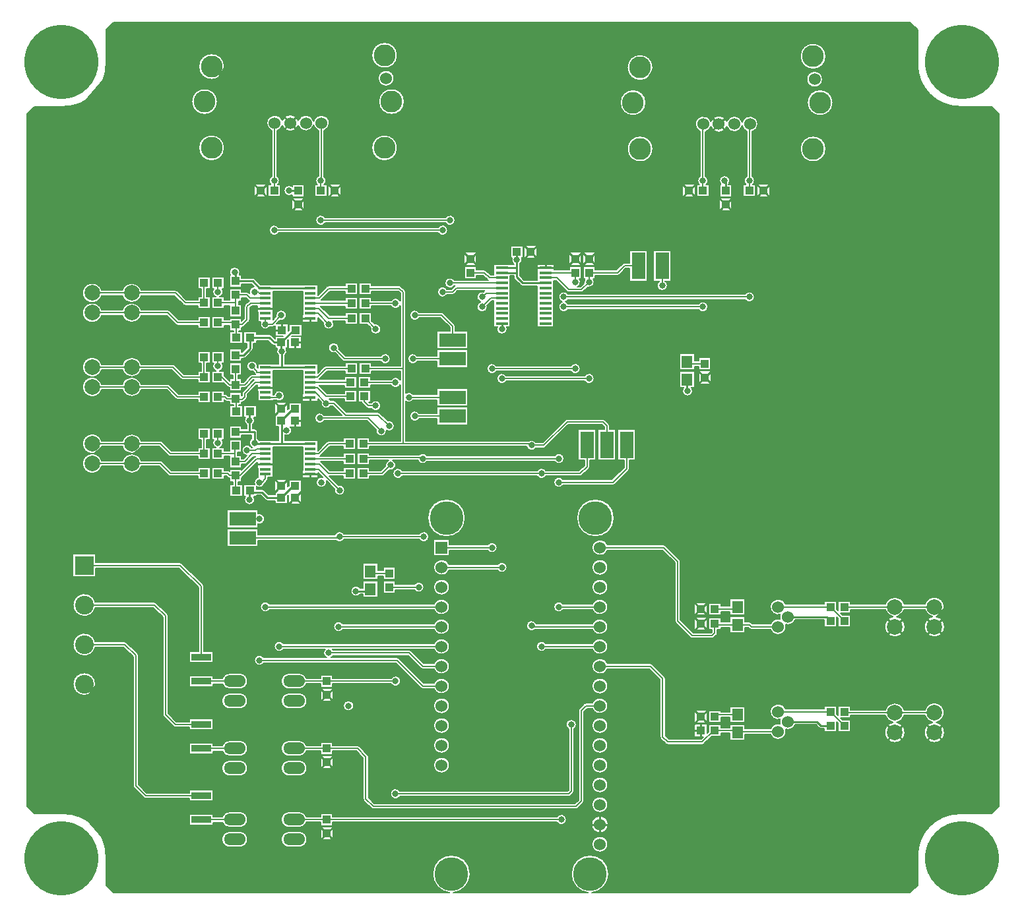
<source format=gbr>
G04 EasyPC Gerber Version 22.0 Build 4696 *
G04 #@! TF.Part,Single*
G04 #@! TF.FileFunction,Copper,L1,Top *
G04 #@! TF.FilePolarity,Positive *
%FSLAX35Y35*%
%MOIN*%
G04 #@! TA.AperFunction,SMDPad*
%ADD20R,0.03937X0.04291*%
%ADD22R,0.05500X0.06000*%
%ADD88R,0.07000X0.13500*%
G04 #@! TA.AperFunction,ComponentPad*
%ADD26R,0.06000X0.06000*%
%ADD24R,0.09449X0.09449*%
G04 #@! TD.AperFunction*
%ADD10C,0.00500*%
%ADD15C,0.00700*%
%ADD13C,0.01000*%
G04 #@! TA.AperFunction,ViaPad*
%ADD14C,0.03200*%
G04 #@! TA.AperFunction,ComponentPad*
%ADD17C,0.06000*%
%ADD21C,0.07874*%
%ADD25C,0.09449*%
%ADD18C,0.11024*%
%ADD27C,0.17000*%
G04 #@! TA.AperFunction,WasherPad*
%ADD16C,0.37500*%
G04 #@! TA.AperFunction,ComponentPad*
%ADD23O,0.11000X0.06000*%
G04 #@! TA.AperFunction,SMDPad*
%ADD71R,0.06299X0.01181*%
%ADD19R,0.05512X0.01378*%
%ADD28R,0.09843X0.03543*%
%ADD70R,0.04291X0.03937*%
%ADD89R,0.13500X0.07000*%
X0Y0D02*
D02*
D10*
X5250Y399000D02*
Y49000D01*
X9000Y45250*
X24000*
G75*
G02X45250Y24000J-21250*
G01*
Y9000*
X49000Y5250*
X218774*
G75*
G02X210200Y14750I976J9500*
G01*
G75*
G02X229300I9550*
G01*
G75*
G02X220726Y5250I-9550*
G01*
X288774*
G75*
G02X280200Y14750I976J9500*
G01*
G75*
G02X299300I9550*
G01*
G75*
G02X290726Y5250I-9550*
G01*
X451500*
X455250Y9000*
Y24000*
G75*
G02X476500Y45250I21250*
G01*
X492750*
X496500Y49000*
Y399000*
X492750Y402750*
X476500*
G75*
G02X455250Y424000J21250*
G01*
Y441500*
X451500Y445250*
X49000*
X45250Y441500*
Y424000*
G75*
G02X24000Y402750I-21250*
G01*
X9000*
X5250Y399000*
X88444Y405250D02*
G75*
G02X101568I6562D01*
G01*
G75*
G02X88444I-6562*
G01*
X91553Y316518D02*
X97947D01*
Y310482*
X96150*
Y306518*
X97947*
Y300482*
X91553*
Y302100*
X85250*
G75*
G02X84259Y302511J1400*
G01*
X79670Y307100*
X63037*
G75*
G02X53463I-4787J1400*
G01*
X43037*
G75*
G02X33263Y308500I-4787J1400*
G01*
G75*
G02X43037Y309900I4987*
G01*
X53463*
G75*
G02X63037I4787J-1400*
G01*
X80250*
G75*
G02X81241Y309489J-1400*
G01*
X85830Y304900*
X91553*
Y306518*
X93350*
Y310482*
X91553*
Y316518*
X91987Y381825D02*
G75*
G02X105111I6562D01*
G01*
G75*
G02X91987I-6562*
G01*
X165053Y235270D02*
X171447D01*
Y229230*
X165053*
Y230850*
X158330*
X153623Y226143*
G75*
G02X153417Y225973I-990J989*
G01*
X165053*
Y227770*
X171447*
Y221730*
X165053*
Y223173*
X153771*
G75*
G02X153977Y223003I-784J-1159*
G01*
X158330Y218650*
X165053*
Y220270*
X171447*
Y214230*
X165053*
Y215850*
X158130*
X162649Y211331*
G75*
G02X165900Y208750I601J-2581*
G01*
G75*
G02X160600I-2650*
G01*
G75*
G02X160669Y209351I2650J1*
G01*
X156550Y213470*
G75*
G02X156650Y212750I-2550J-720*
G01*
G75*
G02X151350I-2650*
G01*
G75*
G02X154720Y215300I2650*
G01*
X152394Y217626*
Y214957*
X144382*
Y218835*
X144581*
Y230700*
X129557*
Y223953*
X129756*
Y220075*
X129557*
Y215156*
X127150*
Y214500*
G75*
G02X126739Y213509I-1400*
G01*
X125315Y212085*
G75*
G02X121195Y210604I-2565J665*
G01*
Y209300*
X123999*
G75*
G02X125096Y208846I1J-1550*
G01*
X127392Y206550*
X130553*
Y207781*
X130354*
Y214219*
X137146*
Y210588*
X137553Y210995*
Y214018*
X143947*
Y208219*
X144146*
Y201781*
X137354*
Y206412*
X136947Y206005*
Y201982*
X130553*
Y203450*
X126751*
G75*
G02X125654Y203904I-1J1550*
G01*
X123358Y206200*
X121195*
Y205482*
X119947*
G75*
G02X120400Y204000I-2197J-1482*
G01*
G75*
G02X115100I-2650*
G01*
G75*
G02X115553Y205482I2650J0*
G01*
X114805*
Y211518*
X120404*
G75*
G02X121943Y215274I2346J1232*
G01*
Y220075*
X121744*
Y222837*
X114168Y215261*
G75*
G02X113770Y214981I-991J989*
G01*
Y213053*
X112150*
Y211518*
X114195*
Y205482*
X107805*
Y211518*
X109350*
Y213053*
X107730*
Y214850*
G75*
G02X106759Y215261I20J1400*
G01*
X106170Y215850*
X104947*
Y214230*
X98553*
Y220270*
X104947*
Y218650*
X106750*
G75*
G02X107730Y218250J-1400*
G01*
Y219447*
X113770*
Y218822*
X120509Y225562*
G75*
G02X120715Y225732I990J-989*
G01*
X119712*
X116241Y222261*
G75*
G02X115250Y221850I-991J989*
G01*
X113770*
Y220053*
X107730*
Y225850*
X104947*
Y224230*
X98553*
Y230270*
X100817*
G75*
G02X99552Y234230I933J2480*
G01*
X98553*
Y240270*
X104947*
Y234230*
X103948*
G75*
G02X102683Y230270I-2198J-1480*
G01*
X104947*
Y228650*
X107730*
Y234447*
X113770*
Y228053*
X111650*
Y226447*
X113770*
Y224650*
X114670*
X116373Y226353*
G75*
G02X113850Y229000I127J2647*
G01*
G75*
G02X118750Y230400I2650*
G01*
X119025*
G75*
G02X118700Y234900I1225J2350*
G01*
Y236700*
X113770*
Y235053*
X107730*
Y241447*
X113770*
Y239800*
X116200*
Y241850*
G75*
G02X115553Y245482I1550J2150*
G01*
X114805*
Y251518*
X121195*
Y245482*
X119947*
G75*
G02X119300Y241850I-2197J-1482*
G01*
Y239800*
X120250*
G75*
G02X121800Y238250J-1550*
G01*
Y234900*
G75*
G02X122592Y233990I-1550J-2149*
G01*
X129557*
Y233800*
X132450*
Y240982*
X130553*
Y246781*
X130354*
Y253219*
X137146*
Y249588*
X137553Y249995*
Y253018*
X143947*
Y247219*
X144146*
Y240781*
X138462*
G75*
G02X135550Y236526I-1962J-1781*
G01*
Y233800*
X144581*
Y233990*
X152195*
Y228675*
X156759Y233239*
G75*
G02X157750Y233650I991J-989*
G01*
X165053*
Y235270*
X203500Y186650D02*
G75*
G02X208400Y185250I2250J-1400D01*
G01*
G75*
G02X203500Y183850I-2650*
G01*
X165500*
G75*
G02X161403Y183350I-2250J1400*
G01*
X122049*
Y180199*
X106451*
Y189301*
X122049*
Y186150*
X160757*
G75*
G02X165500Y186650I2493J-900*
G01*
X203500*
X174951Y162801D02*
X182549D01*
Y154699*
X174951*
Y156200*
X173650*
G75*
G02X168850Y157750I-2150J1550*
G01*
G75*
G02X173650Y159300I2650*
G01*
X174951*
Y162801*
X185230Y169947D02*
X191270D01*
Y163553*
X185230*
Y165350*
X182549*
Y163699*
X174951*
Y171801*
X182549*
Y168150*
X185230*
Y169947*
X201000Y161150D02*
G75*
G02X205900Y159750I2250J-1400D01*
G01*
G75*
G02X201000Y158350I-2650*
G01*
X191270*
Y156553*
X185230*
Y162947*
X191270*
Y161150*
X201000*
X210950Y151150D02*
G75*
G02X218800Y149750I3800J-1400D01*
G01*
G75*
G02X210950Y148350I-4050*
G01*
X128000*
G75*
G02X123100Y149750I-2250J1400*
G01*
G75*
G02X128000Y151150I2650*
G01*
X210950*
Y131150D02*
G75*
G02X218800Y129750I3800J-1400D01*
G01*
G75*
G02X210950Y128350I-4050*
G01*
X159647*
G75*
G02X160000Y127900I-1897J-1850*
G01*
X198500*
G75*
G02X199491Y127489J-1400*
G01*
X205830Y121150*
X210950*
G75*
G02X218800Y119750I3800J-1400*
G01*
G75*
G02X210950Y118350I-4050*
G01*
X205250*
G75*
G02X204259Y118761J1400*
G01*
X197920Y125100*
X160000*
G75*
G02X158975Y124150I-2250J1400*
G01*
X192250*
G75*
G02X193241Y123739J-1400*
G01*
X205830Y111150*
X210950*
G75*
G02X218800Y109750I3800J-1400*
G01*
G75*
G02X210950Y108350I-4050*
G01*
X205250*
G75*
G02X204259Y108761J1400*
G01*
X191670Y121350*
X125000*
G75*
G02X120100Y122750I-2250J1400*
G01*
G75*
G02X125000Y124150I2650*
G01*
X156525*
G75*
G02X155853Y128350I1225J2350*
G01*
X135000*
G75*
G02X130100Y129750I-2250J1400*
G01*
G75*
G02X135000Y131150I2650*
G01*
X210950*
X210700Y69750D02*
G75*
G02X218800I4050D01*
G01*
G75*
G02X210700I-4050*
G01*
Y79750D02*
G75*
G02X218800I4050D01*
G01*
G75*
G02X210700I-4050*
G01*
Y89750D02*
G75*
G02X218800I4050D01*
G01*
G75*
G02X210700I-4050*
G01*
Y99750D02*
G75*
G02X218800I4050D01*
G01*
G75*
G02X210700I-4050*
G01*
X142750Y36301D02*
G75*
G02Y28199J-4051D01*
G01*
X137750*
G75*
G02Y36301J4051*
G01*
X142750*
X273000Y43650D02*
G75*
G02X277900Y42250I2250J-1400D01*
G01*
G75*
G02X273000Y40850I-2650*
G01*
X159770*
Y39053*
X153730*
Y40850*
X146552*
G75*
G02X142750Y38199I-3802J1400*
G01*
X137750*
G75*
G02Y46301J4051*
G01*
X142750*
G75*
G02X146552Y43650J-4051*
G01*
X153730*
Y45447*
X159770*
Y43650*
X273000*
X153531Y38646D02*
X159969D01*
Y31854*
X153531*
Y38646*
X142750Y72301D02*
G75*
G02Y64199J-4051D01*
G01*
X137750*
G75*
G02Y72301J4051*
G01*
X142750*
X290950Y101150D02*
G75*
G02X298800Y99750I3800J-1400D01*
G01*
G75*
G02X290950Y98350I-4050*
G01*
X288330*
X286650Y96670*
Y51500*
G75*
G02X286239Y50509I-1400*
G01*
X283741Y48011*
G75*
G02X282750Y47600I-991J989*
G01*
X180250*
G75*
G02X179259Y48011J1400*
G01*
X175511Y51759*
G75*
G02X175100Y52750I989J991*
G01*
Y73420*
X171670Y76850*
X159770*
Y75053*
X153730*
Y76850*
X146552*
G75*
G02X142750Y74199I-3802J1400*
G01*
X137750*
G75*
G02Y82301J4051*
G01*
X142750*
G75*
G02X146552Y79650J-4051*
G01*
X153730*
Y81447*
X159770*
Y79650*
X172250*
G75*
G02X173241Y79239J-1400*
G01*
X177489Y74991*
G75*
G02X177900Y74000I-989J-991*
G01*
Y53330*
X180830Y50400*
X282170*
X283850Y52080*
Y97250*
G75*
G02X284261Y98241I1400*
G01*
X286759Y100739*
G75*
G02X287750Y101150I991J-989*
G01*
X290950*
X290500Y39750D02*
G75*
G02X299000I4250D01*
G01*
G75*
G02X290500I-4250*
G01*
X290700Y29750D02*
G75*
G02X298800I4050D01*
G01*
G75*
G02X290700I-4050*
G01*
Y49750D02*
G75*
G02X298800I4050D01*
G01*
G75*
G02X290700I-4050*
G01*
Y59750D02*
G75*
G02X298800I4050D01*
G01*
G75*
G02X290700I-4050*
G01*
Y69750D02*
G75*
G02X298800I4050D01*
G01*
G75*
G02X290700I-4050*
G01*
Y79750D02*
G75*
G02X298800I4050D01*
G01*
G75*
G02X290700I-4050*
G01*
Y89750D02*
G75*
G02X298800I4050D01*
G01*
G75*
G02X290700I-4050*
G01*
X153531Y74646D02*
X159969D01*
Y67854*
X153531*
Y74646*
X142750Y106301D02*
G75*
G02Y98199J-4051D01*
G01*
X137750*
G75*
G02Y106301J4051*
G01*
X142750*
X189250Y113650D02*
G75*
G02X194150Y112250I2250J-1400D01*
G01*
G75*
G02X189250Y110850I-2650*
G01*
X159770*
Y109053*
X153730*
Y110850*
X146552*
G75*
G02X142750Y108199I-3802J1400*
G01*
X137750*
G75*
G02Y116301J4051*
G01*
X142750*
G75*
G02X146552Y113650J-4051*
G01*
X153730*
Y115447*
X159770*
Y113650*
X189250*
X165100Y99750D02*
G75*
G02X170400I2650D01*
G01*
G75*
G02X165100I-2650*
G01*
X277600Y90250D02*
G75*
G02X282900I2650D01*
G01*
G75*
G02X281650Y88000I-2650*
G01*
Y56500*
G75*
G02X281239Y55509I-1400*
G01*
X279991Y54261*
G75*
G02X279000Y53850I-991J989*
G01*
X193750*
G75*
G02X188850Y55250I-2250J1400*
G01*
G75*
G02X193750Y56650I2650*
G01*
X278420*
X278850Y57080*
Y88000*
G75*
G02X277600Y90250I1400J2250*
G01*
X153531Y108646D02*
X159969D01*
Y101854*
X153531*
Y108646*
X210950Y141150D02*
G75*
G02X218800Y139750I3800J-1400D01*
G01*
G75*
G02X210950Y138350I-4050*
G01*
X165000*
G75*
G02X160100Y139750I-2250J1400*
G01*
G75*
G02X165000Y141150I2650*
G01*
X210950*
X122049Y196806D02*
G75*
G02X125400Y194250I701J-2556D01*
G01*
G75*
G02X122049Y191694I-2650*
G01*
Y189699*
X106451*
Y198801*
X122049*
Y196806*
X187649Y243831D02*
G75*
G02X190900Y241250I601J-2581D01*
G01*
G75*
G02X186891Y238975I-2650*
G01*
G75*
G02X186900Y238750I-2639J-224*
G01*
G75*
G02X181600I-2650*
G01*
G75*
G02X181669Y239351I2650J1*
G01*
X177170Y243850*
X155500*
G75*
G02X150600Y245250I-2250J1400*
G01*
G75*
G02X155500Y246650I2650*
G01*
X164370*
X159670Y251350*
X158750*
G75*
G02X153919Y253351I-2250J1401*
G01*
X152394Y254876*
Y253707*
X144382*
Y257585*
X144581*
Y269450*
X129557*
Y262703*
X129756*
Y258825*
X129557*
Y257046*
X130157*
G75*
G02X135400Y256500I2593J-546*
G01*
G75*
G02X131357Y254246I-2650*
G01*
X129557*
Y253907*
X121943*
Y258825*
X121744*
Y261923*
X121403*
X116650Y257170*
Y256000*
G75*
G02X116239Y255009I-1400*
G01*
X114991Y253761*
G75*
G02X114000Y253350I-991J989*
G01*
X113770*
Y251805*
X112414*
Y251518*
X114195*
Y245482*
X107805*
Y251518*
X109586*
Y251805*
X107730*
Y253600*
X106500*
G75*
G02X105509Y254011J1400*
G01*
X104947Y254573*
Y252982*
X98553*
Y259018*
X104947*
Y257400*
X105500*
G75*
G02X106491Y256989J-1400*
G01*
X107080Y256400*
X107730*
Y258195*
X113770*
Y256500*
X113850Y256580*
Y257750*
G75*
G02X114261Y258741I1400*
G01*
X119832Y264312*
G75*
G02X120038Y264482I990J-989*
G01*
X119712*
X116241Y261011*
G75*
G02X115250Y260600I-991J989*
G01*
X113770*
Y258805*
X107730*
Y260600*
G75*
G02X106759Y261011I20J1400*
G01*
X104788Y262982*
X98553*
Y269018*
X100822*
G75*
G02X99553Y272982I928J2482*
G01*
X98553*
Y279018*
X104947*
Y272982*
X103947*
G75*
G02X102678Y269018I-2197J-1482*
G01*
X104947*
Y266783*
X107730Y264000*
Y265195*
X109350*
Y266805*
X107730*
Y273195*
X113770*
Y266805*
X112150*
Y265195*
X113770*
Y263400*
X114670*
X118141Y266871*
G75*
G02X119132Y267282I991J-989*
G01*
X120715*
G75*
G02X120100Y268420I785J1159*
G01*
X119601Y268919*
G75*
G02X116350Y271500I-601J2581*
G01*
G75*
G02X121650I2650*
G01*
G75*
G02X121581Y270899I-2650J-1*
G01*
X121943Y270537*
Y272738*
X129557*
Y272550*
X132450*
Y276850*
G75*
G02X131803Y280482I1550J2150*
G01*
X130553*
Y281950*
X130251*
G75*
G02X129154Y282404I-1J1550*
G01*
X127108Y284450*
X121195*
Y282982*
X119550*
Y280250*
G75*
G02X119096Y279154I-1550*
G01*
X115846Y275904*
G75*
G02X114749Y275450I-1096J1096*
G01*
X113770*
Y273805*
X107730*
Y280195*
X113770*
Y278550*
X114108*
X116450Y280892*
Y282982*
X114805*
Y289018*
X121195*
Y287550*
X127749*
G75*
G02X128846Y287096I1J-1550*
G01*
X130553Y285389*
Y286518*
X134576*
X134589Y286531*
X130604*
Y292124*
X130241Y291761*
G75*
G02X129250Y291350I-991J989*
G01*
X128000*
G75*
G02X123366Y293907I-2250J1400*
G01*
X121943*
Y298825*
X121744*
Y301923*
X118903*
X117900Y300920*
Y295000*
G75*
G02X117489Y294009I-1400*
G01*
X114991Y291511*
G75*
G02X114000Y291100I-991J989*
G01*
X113770*
Y289305*
X112400*
Y289018*
X114195*
Y282982*
X107805*
Y289018*
X109600*
Y289305*
X107730*
Y292100*
X104947*
Y290482*
X98553*
Y296518*
X104947*
Y294900*
X107730*
Y295695*
X113770*
Y294250*
X115100Y295580*
Y301500*
G75*
G02X115511Y302491I1400*
G01*
X117332Y304312*
G75*
G02X117663Y304558I991J-988*
G01*
G75*
G02X117127Y304893I454J1324*
G01*
X115920Y306100*
X113770*
Y304305*
X112295*
Y303682*
G75*
G02X112307Y303488I-1544J-194*
G01*
Y302695*
X113770*
Y296305*
X107730*
Y302100*
X104947*
Y300482*
X98553*
Y306518*
X100822*
G75*
G02X99553Y310482I928J2482*
G01*
X98553*
Y316518*
X104947*
Y310482*
X103947*
G75*
G02X102678Y306518I-2197J-1482*
G01*
X104947*
Y304900*
X107730*
Y310695*
X113770*
Y308900*
X116500*
G75*
G02X117491Y308489J-1400*
G01*
X117700Y308280*
G75*
G02X119928Y311630I2550J720*
G01*
X118608Y312950*
X113770*
Y311305*
X107730*
Y317695*
X107944*
G75*
G02X107600Y319000I2306J1305*
G01*
G75*
G02X112900I2650*
G01*
G75*
G02X112556Y317695I-2650*
G01*
X113770*
Y316050*
X119249*
G75*
G02X120346Y315596I1J-1550*
G01*
X123204Y312738*
X129557*
Y312550*
X144581*
Y312738*
X152195*
Y307282*
X152302*
X156759Y311739*
G75*
G02X157750Y312150I991J-989*
G01*
X166053*
Y313770*
X172447*
Y307730*
X166053*
Y309350*
X158330*
X153873Y304893*
G75*
G02X153860Y304880I-978J965*
G01*
X166053*
Y306270*
X172447*
Y300230*
X166053*
Y301765*
X153715*
G75*
G02X153727Y301753I-965J-978*
G01*
X158330Y297150*
X166053*
Y298770*
X172447*
Y292730*
X166053*
Y294350*
X159863*
G75*
G02X160400Y292750I-2113J-1600*
G01*
G75*
G02X155100I-2650*
G01*
G75*
G02X155169Y293351I2650J1*
G01*
X152394Y296126*
Y293707*
X144382*
Y297585*
X144581*
Y309450*
X129557*
Y302703*
X129756*
Y298825*
X129557*
Y295037*
X131169Y296649*
G75*
G02X131100Y297250I2581J600*
G01*
G75*
G02X136400I2650*
G01*
G75*
G02X133149Y294669I-2650*
G01*
X131448Y292969*
X137396*
Y289338*
X137805Y289747*
Y292770*
X144195*
Y286730*
X139172*
X139161Y286719*
X144146*
Y280281*
X137354*
Y284912*
X136947Y284505*
Y280482*
X136197*
G75*
G02X135550Y276850I-2197J-1482*
G01*
Y272550*
X144581*
Y272738*
X152195*
Y267925*
X155509Y271239*
G75*
G02X156500Y271650I991J-989*
G01*
X166053*
Y273270*
X172447*
Y267230*
X166053*
Y268850*
X157080*
X153123Y264893*
G75*
G02X153110Y264880I-978J965*
G01*
X165553*
Y266270*
X171947*
Y260230*
X165553*
Y261765*
X152965*
G75*
G02X152977Y261753I-965J-978*
G01*
X157080Y257650*
X165553*
Y259270*
X171947*
Y253230*
X165553*
Y254850*
X158116*
G75*
G02X158750Y254150I-1616J-2100*
G01*
X160250*
G75*
G02X161241Y253739J-1400*
G01*
X166830Y248150*
X182750*
G75*
G02X183741Y247739J-1400*
G01*
X187649Y243831*
X184000Y276650D02*
G75*
G02X188900Y275250I2250J-1400D01*
G01*
G75*
G02X184000Y273850I-2650*
G01*
X165750*
G75*
G02X164759Y274261J1400*
G01*
X160851Y278169*
G75*
G02X157600Y280750I-601J2581*
G01*
G75*
G02X162900I2650*
G01*
G75*
G02X162831Y280149I-2650J-1*
G01*
X166330Y276650*
X184000*
X179250Y252900D02*
G75*
G02X184150Y251500I2250J-1400D01*
G01*
G75*
G02X179250Y250100I-2650*
G01*
X177750*
G75*
G02X176759Y250511J1400*
G01*
X174761Y252509*
G75*
G02X174376Y253230I989J991*
G01*
X172553*
Y259270*
X178947*
Y253230*
X178000*
X178330Y252900*
X179250*
X299650Y239549D02*
X302801D01*
Y223951*
X293699*
Y239549*
X296850*
Y240670*
X295670Y241850*
X278830*
X267491Y230511*
G75*
G02X266500Y230100I-991J989*
G01*
X262500*
G75*
G02X257681Y230850I-2250J1400*
G01*
X178447*
Y229230*
X172053*
Y235270*
X178447*
Y233650*
X193850*
Y262025*
G75*
G02X189250Y261850I-2350J1225*
G01*
X178947*
Y260230*
X172553*
Y266270*
X178947*
Y264650*
X189250*
G75*
G02X193850Y264475I2250J-1400*
G01*
Y268850*
X179447*
Y267230*
X173053*
Y273270*
X179447*
Y271650*
X193850*
Y302025*
G75*
G02X189250Y301850I-2350J1225*
G01*
X179447*
Y300230*
X173053*
Y306270*
X179447*
Y304650*
X189250*
G75*
G02X193850Y304475I2250J-1400*
G01*
Y308420*
X192920Y309350*
X179447*
Y307730*
X173053*
Y313770*
X179447*
Y312150*
X193500*
G75*
G02X194491Y311739J-1400*
G01*
X196239Y309991*
G75*
G02X196650Y309000I-989J-991*
G01*
Y257863*
G75*
G02X200500Y257150I1600J-2113*
G01*
X212451*
Y260301*
X228049*
Y251199*
X212451*
Y254350*
X200500*
G75*
G02X196650Y253637I-2250J1400*
G01*
Y233650*
X258701*
G75*
G02X262500Y232900I1549J-2150*
G01*
X265920*
X277259Y244239*
G75*
G02X278250Y244650I991J-989*
G01*
X296250*
G75*
G02X297241Y244239J-1400*
G01*
X299239Y242241*
G75*
G02X299650Y241250I-989J-991*
G01*
Y239549*
X212451Y250801D02*
X228049D01*
Y241699*
X212451*
Y244850*
X203500*
G75*
G02X198600Y246250I-2250J1400*
G01*
G75*
G02X203500Y247650I2650*
G01*
X212451*
Y250801*
X283699Y239549D02*
X292801D01*
Y223951*
X289650*
Y220750*
G75*
G02X289239Y219759I-1400*
G01*
X285741Y216261*
G75*
G02X284750Y215850I-991J989*
G01*
X267500*
G75*
G02X263000I-2250J1400*
G01*
X195000*
G75*
G02X190100Y217250I-2250J1400*
G01*
G75*
G02X195000Y218650I2650*
G01*
X263000*
G75*
G02X267500I2250J-1400*
G01*
X284170*
X286850Y221330*
Y223951*
X283699*
Y239549*
X290950Y151150D02*
G75*
G02X298800Y149750I3800J-1400D01*
G01*
G75*
G02X290950Y148350I-4050*
G01*
X276250*
G75*
G02X271350Y149750I-2250J1400*
G01*
G75*
G02X276250Y151150I2650*
G01*
X290950*
X303699Y239549D02*
X312801D01*
Y223951*
X309650*
Y219750*
G75*
G02X309239Y218759I-1400*
G01*
X302241Y211761*
G75*
G02X301250Y211350I-991J989*
G01*
X276250*
G75*
G02X271350Y212750I-2250J1400*
G01*
G75*
G02X276250Y214150I2650*
G01*
X300670*
X306850Y220330*
Y223951*
X303699*
Y239549*
X282950Y194750D02*
G75*
G02X302050I9550D01*
G01*
G75*
G02X282950I-9550*
G01*
X290700Y159750D02*
G75*
G02X298800I4050D01*
G01*
G75*
G02X290700I-4050*
G01*
Y169750D02*
G75*
G02X298800I4050D01*
G01*
G75*
G02X290700I-4050*
G01*
X464687Y144852D02*
G75*
G02X463750Y134563I-937J-5102D01*
G01*
G75*
G02X462813Y144852J5187*
G01*
G75*
G02X458963Y148350I937J4898*
G01*
X448537*
G75*
G02X444687Y144852I-4787J1400*
G01*
G75*
G02X443750Y134563I-937J-5102*
G01*
G75*
G02X442813Y144852J5187*
G01*
G75*
G02X438963Y148350I937J4898*
G01*
X421447*
Y146730*
X416250*
X417210Y145770*
X421447*
Y139730*
X415053*
Y143967*
X414447Y144573*
Y139730*
X408053*
Y143200*
X393492*
G75*
G02X388647Y140853I-3742J1550*
G01*
G75*
G02X380950Y138350I-3897J-1103*
G01*
X371250*
G75*
G02X370259Y138761J1400*
G01*
X369670Y139350*
X368049*
Y136699*
X360451*
Y139350*
X355947*
Y138230*
X354150*
Y136500*
G75*
G02X353739Y135509I-1400*
G01*
X352491Y134261*
G75*
G02X351500Y133850I-991J989*
G01*
X341500*
G75*
G02X340509Y134261J1400*
G01*
X333011Y141759*
G75*
G02X332600Y142750I989J991*
G01*
Y172170*
X326420Y178350*
X298550*
G75*
G02X290700Y179750I-3800J1400*
G01*
G75*
G02X298550Y181150I4050*
G01*
X327000*
G75*
G02X327991Y180739J-1400*
G01*
X334989Y173741*
G75*
G02X335400Y172750I-989J-991*
G01*
Y143330*
X342080Y136650*
X350920*
X351350Y137080*
Y138230*
X349553*
Y144270*
X355947*
Y142150*
X360451*
Y144801*
X368049*
Y142150*
X370250*
G75*
G02X371241Y141739J-1400*
G01*
X371830Y141150*
X380950*
G75*
G02X385853Y143647I3800J-1400*
G01*
G75*
G02Y145853I3897J1103*
G01*
G75*
G02X380700Y149750I-1103J3897*
G01*
G75*
G02X388550Y151150I4050*
G01*
X408053*
Y152770*
X414447*
Y148533*
X415053Y147927*
Y152770*
X421447*
Y151150*
X438963*
G75*
G02X448537I4787J-1400*
G01*
X458963*
G75*
G02X468737Y149750I4787J-1400*
G01*
G75*
G02X464687Y144852I-4987*
G01*
Y91352D02*
G75*
G02X463750Y81063I-937J-5102D01*
G01*
G75*
G02X462813Y91352J5187*
G01*
G75*
G02X458963Y94850I937J4898*
G01*
X448537*
G75*
G02X444687Y91352I-4787J1400*
G01*
G75*
G02X443750Y81063I-937J-5102*
G01*
G75*
G02X442813Y91352J5187*
G01*
G75*
G02X438963Y94850I937J4898*
G01*
X421447*
Y93730*
X416250*
X417210Y92770*
X421447*
Y86730*
X415053*
Y90967*
X414447Y91573*
Y86730*
X408053*
Y88200*
X406501*
G75*
G02X405404Y88654I-1J1550*
G01*
X403858Y90200*
X393492*
G75*
G02X388647Y87853I-3742J1550*
G01*
G75*
G02X380950Y85350I-3897J-1103*
G01*
X368049*
Y82199*
X360451*
Y85850*
X355947*
Y84230*
X351210*
X347491Y80511*
G75*
G02X346500Y80100I-991J989*
G01*
X329000*
G75*
G02X328009Y80511J1400*
G01*
X325511Y83009*
G75*
G02X325100Y84000I989J991*
G01*
Y112920*
X319670Y118350*
X298550*
G75*
G02X290700Y119750I-3800J1400*
G01*
G75*
G02X298550Y121150I4050*
G01*
X320250*
G75*
G02X321241Y120739J-1400*
G01*
X327489Y114491*
G75*
G02X327900Y113500I-989J-991*
G01*
Y84580*
X329580Y82900*
X345920*
X347052Y84031*
X342354*
Y90469*
X349146*
Y86126*
X349553Y86533*
Y90270*
X355947*
Y88650*
X360451*
Y90301*
X368049*
Y88150*
X380950*
G75*
G02X385853Y90647I3800J-1400*
G01*
G75*
G02Y92853I3897J1103*
G01*
G75*
G02X380700Y96750I-1103J3897*
G01*
G75*
G02X388550Y98150I4050*
G01*
X408053*
Y99770*
X414447*
Y95533*
X415053Y94927*
Y99770*
X421447*
Y97650*
X438963*
G75*
G02X448537I4787J-1400*
G01*
X458963*
G75*
G02X468737Y96250I4787J-1400*
G01*
G75*
G02X464687Y91352I-4987*
G01*
X342354Y97469D02*
X349146D01*
Y91031*
X342354*
Y97469*
X360451Y99301D02*
X368049D01*
Y91199*
X360451*
Y93850*
X355947*
Y91230*
X349553*
Y97270*
X355947*
Y96650*
X360451*
Y99301*
X207700Y194750D02*
G75*
G02X226800I9550D01*
G01*
G75*
G02X207700I-9550*
G01*
X238000Y181150D02*
G75*
G02X242900Y179750I2250J-1400D01*
G01*
G75*
G02X238000Y178350I-2650*
G01*
X218801*
Y175699*
X210699*
Y183801*
X218801*
Y181150*
X238000*
X210700Y159750D02*
G75*
G02X218800I4050D01*
G01*
G75*
G02X210700I-4050*
G01*
X243000Y171150D02*
G75*
G02X247900Y169750I2250J-1400D01*
G01*
G75*
G02X243000Y168350I-2650*
G01*
X218550*
G75*
G02X210700Y169750I-3800J1400*
G01*
G75*
G02X218550Y171150I4050*
G01*
X243000*
X290950Y141150D02*
G75*
G02X298800Y139750I3800J-1400D01*
G01*
G75*
G02X290950Y138350I-4050*
G01*
X262097*
G75*
G02X257600Y140250I-1847J1900*
G01*
G75*
G02X262743Y141150I2650*
G01*
X290950*
Y131150D02*
G75*
G02X298800Y129750I3800J-1400D01*
G01*
G75*
G02X290950Y128350I-4050*
G01*
X267500*
G75*
G02X262600Y129750I-2250J1400*
G01*
G75*
G02X267500Y131150I2650*
G01*
X290950*
X290700Y109750D02*
G75*
G02X298800I4050D01*
G01*
G75*
G02X290700I-4050*
G01*
X271750Y226150D02*
G75*
G02X276650Y224750I2250J-1400D01*
G01*
G75*
G02X271750Y223350I-2650*
G01*
X207500*
G75*
G02X202739Y223903I-2250J1400*
G01*
X190117*
G75*
G02X188399Y218919I-1117J-2403*
G01*
X185741Y216261*
G75*
G02X184750Y215850I-991J989*
G01*
X178447*
Y214230*
X172053*
Y220270*
X178447*
Y218650*
X184170*
X186419Y220899*
G75*
G02X187883Y223903I2581J601*
G01*
X178447*
Y221730*
X172053*
Y227770*
X178447*
Y226703*
X203459*
G75*
G02X207500Y226150I1791J-1953*
G01*
X271750*
X91987Y422967D02*
G75*
G02X105111I6562D01*
G01*
G75*
G02X91987I-6562*
G01*
X119854Y363469D02*
X126646D01*
Y357031*
X119854*
Y363469*
X150124Y395373D02*
G75*
G02X158111Y394423I3937J-950D01*
G01*
G75*
G02X155461Y390623I-4050*
G01*
Y367274*
G75*
G02X155511Y363270I-1711J-2024*
G01*
X156947*
Y357230*
X150553*
Y363270*
X151989*
G75*
G02X152661Y367666I1761J1980*
G01*
Y390623*
G75*
G02X150124Y393473I1400J3800*
G01*
G75*
G02X142356Y393111I-3937J950*
G01*
G75*
G02X134270I-4043J1312*
G01*
G75*
G02X131650Y390559I-3831J1312*
G01*
Y367500*
G75*
G02X132011Y363270I-1400J-2250*
G01*
X133447*
Y357230*
X127053*
Y363270*
X128489*
G75*
G02X128850Y367500I1761J1980*
G01*
Y390698*
G75*
G02X126389Y394423I1589J3725*
G01*
G75*
G02X134270Y395735I4050*
G01*
G75*
G02X142356I4043J-1312*
G01*
G75*
G02X150124Y395373I3831J-1312*
G01*
X157354Y363469D02*
X164146D01*
Y357031*
X157354*
Y363469*
X216750Y346650D02*
G75*
G02X221650Y345250I2250J-1400D01*
G01*
G75*
G02X216750Y343850I-2650*
G01*
X156000*
G75*
G02X151100Y345250I-2250J1400*
G01*
G75*
G02X156000Y346650I2650*
G01*
X216750*
X139230Y363447D02*
X145270D01*
Y357053*
X139230*
Y358052*
G75*
G02X135100Y360250I-1480J2198*
G01*
G75*
G02X139230Y362448I2650*
G01*
Y363447*
X139031Y356646D02*
X145469D01*
Y349854*
X139031*
Y356646*
X213000Y341650D02*
G75*
G02X217900Y340250I2250J-1400D01*
G01*
G75*
G02X213000Y338850I-2650*
G01*
X132500*
G75*
G02X127600Y340250I-2250J1400*
G01*
G75*
G02X132500Y341650I2650*
G01*
X213000*
X309699Y330049D02*
X318801D01*
Y314451*
X309699*
Y320850*
X307830*
X304741Y317761*
G75*
G02X303750Y317350I-991J989*
G01*
X292270*
Y315553*
X291397*
G75*
G02X288649Y311419I-2147J-1553*
G01*
X286491Y309261*
G75*
G02X285500Y308850I-991J989*
G01*
X279000*
G75*
G02X278009Y309261J1400*
G01*
X272538Y314732*
X271498*
Y291459*
X263096*
Y312023*
X255678*
G75*
G02X254581Y312477I-1J1550*
G01*
X251654Y315404*
G75*
G02X251200Y316500I1096J1096*
G01*
Y317141*
X249451*
Y291459*
X247608*
G75*
G02X247900Y290250I-2358J-1209*
G01*
G75*
G02X242600I-2650*
G01*
G75*
G02X242892Y291459I2650*
G01*
X241049*
Y304496*
X240226*
X237831Y302101*
G75*
G02X237900Y301500I-2581J-600*
G01*
G75*
G02X232600I-2650*
G01*
G75*
G02X234371Y304000I2650*
G01*
G75*
G02X235851Y309081I879J2500*
G01*
X236214Y309444*
G75*
G02X236420Y309614I990J-989*
G01*
X222844*
X221241Y308011*
G75*
G02X220250Y307600I-991J989*
G01*
X217500*
G75*
G02X212600Y309000I-2250J1400*
G01*
G75*
G02X217500Y310400I2650*
G01*
X219670*
X221273Y312003*
G75*
G02X221479Y312173I990J-989*
G01*
X221250*
G75*
G02X216350Y313573I-2250J1400*
G01*
G75*
G02X221250Y314973I2650*
G01*
X238215*
G75*
G02X238009Y315143I784J1159*
G01*
X235802Y317350*
X232270*
Y315553*
X226230*
Y321947*
X232270*
Y320150*
X236382*
G75*
G02X237373Y319739J-1400*
G01*
X239580Y317532*
X241049*
Y322892*
X249451*
Y322800*
X251200*
Y323100*
G75*
G02X250288Y326230I1550J2149*
G01*
X249553*
Y332270*
X255947*
Y326230*
X255212*
G75*
G02X254300Y323100I-2463J-980*
G01*
Y317142*
X256319Y315123*
X263096*
Y319409*
X262898*
Y323091*
X271697*
Y320248*
X279230*
Y321947*
X285270*
Y315553*
X284397*
G75*
G02X283475Y311650I-2147J-1553*
G01*
X284920*
X286669Y313399*
G75*
G02X287103Y315553I2581J601*
G01*
X286230*
Y321947*
X292270*
Y320150*
X303170*
X306259Y323239*
G75*
G02X307250Y323650I991J-989*
G01*
X309699*
Y330049*
X368000Y307900D02*
G75*
G02X372900Y306500I2250J-1400D01*
G01*
G75*
G02X368000Y305100I-2650*
G01*
X278750*
G75*
G02X277379Y304000I-2250J1400*
G01*
G75*
G02X278750Y302900I-879J-2500*
G01*
X344500*
G75*
G02X349400Y301500I2250J-1400*
G01*
G75*
G02X344500Y300100I-2650*
G01*
X278750*
G75*
G02X273850Y301500I-2250J1400*
G01*
G75*
G02X275621Y304000I2650*
G01*
G75*
G02X273850Y306500I879J2500*
G01*
G75*
G02X278750Y307900I2650*
G01*
X368000*
X334951Y268801D02*
X342549D01*
Y260699*
X341034*
G75*
G02X341650Y259000I-2034J-1699*
G01*
G75*
G02X336350I-2650*
G01*
G75*
G02X336966Y260699I2650*
G01*
X334951*
Y268801*
X342354Y144469D02*
X349146D01*
Y138031*
X342354*
Y144469*
Y151969D02*
X349146D01*
Y145531*
X342354*
Y151969*
X344730Y275947D02*
X350770D01*
Y269553*
X344730*
Y271350*
X342549*
Y269699*
X334951*
Y277801*
X342549*
Y274150*
X344730*
Y275947*
X344531Y269146D02*
X350969D01*
Y262354*
X344531*
Y269146*
X360451Y153801D02*
X368049D01*
Y145699*
X360451*
Y147350*
X355947*
Y145730*
X349553*
Y151770*
X355947*
Y150150*
X360451*
Y153801*
X280000Y271650D02*
G75*
G02X284900Y270250I2250J-1400D01*
G01*
G75*
G02X280000Y268850I-2650*
G01*
X242500*
G75*
G02X237600Y270250I-2250J1400*
G01*
G75*
G02X242500Y271650I2650*
G01*
X280000*
X287000Y266650D02*
G75*
G02X291900Y265250I2250J-1400D01*
G01*
G75*
G02X287000Y263850I-2650*
G01*
X247500*
G75*
G02X242600Y265250I-2250J1400*
G01*
G75*
G02X247500Y266650I2650*
G01*
X287000*
X180899Y292831D02*
G75*
G02X184150Y290250I601J-2581D01*
G01*
G75*
G02X178850I-2650*
G01*
G75*
G02X178919Y290851I2650J1*
G01*
X177040Y292730*
X173053*
Y298770*
X179447*
Y294283*
X180899Y292831*
X212451Y279801D02*
X228049D01*
Y270699*
X212451*
Y273850*
X202500*
G75*
G02X197600Y275250I-2250J1400*
G01*
G75*
G02X202500Y276650I2650*
G01*
X212451*
Y279801*
X221650Y289301D02*
X228049D01*
Y280199*
X212451*
Y289301*
X218850*
Y291170*
X214170Y295850*
X203500*
G75*
G02X198600Y297250I-2250J1400*
G01*
G75*
G02X203500Y298650I2650*
G01*
X214750*
G75*
G02X215741Y298239J-1400*
G01*
X221239Y292741*
G75*
G02X221650Y291750I-989J-991*
G01*
Y289301*
X179389Y381825D02*
G75*
G02X192513I6562D01*
G01*
G75*
G02X179389I-6562*
G01*
Y428675D02*
G75*
G02X192513I6562D01*
G01*
G75*
G02X179389I-6562*
G01*
X182688Y417061D02*
G75*
G02X190788I4050D01*
G01*
G75*
G02X182688I-4050*
G01*
X182932Y405250D02*
G75*
G02X196056I6562D01*
G01*
G75*
G02X182932I-6562*
G01*
X226031Y329146D02*
X232469D01*
Y322354*
X226031*
Y329146*
X256354Y332469D02*
X263146D01*
Y326031*
X256354*
Y332469*
X279031Y329146D02*
X285469D01*
Y322354*
X279031*
Y329146*
X286031D02*
X292469D01*
Y322354*
X286031*
Y329146*
X304944Y404750D02*
G75*
G02X318068I6562D01*
G01*
G75*
G02X304944I-6562*
G01*
X308487Y381325D02*
G75*
G02X321611I6562D01*
G01*
G75*
G02X308487I-6562*
G01*
Y422467D02*
G75*
G02X321611I6562D01*
G01*
G75*
G02X308487I-6562*
G01*
X321699Y330049D02*
X330801D01*
Y314451*
X327726*
G75*
G02X328900Y312250I-1476J-2201*
G01*
G75*
G02X323600I-2650*
G01*
G75*
G02X324774Y314451I2650*
G01*
X321699*
Y330049*
X336354Y363469D02*
X343146D01*
Y357031*
X336354*
Y363469*
X366624Y394873D02*
G75*
G02X374611Y393923I3937J-950D01*
G01*
G75*
G02X371650Y390022I-4050*
G01*
Y367500*
G75*
G02X372011Y363270I-1400J-2250*
G01*
X373447*
Y357230*
X367053*
Y363270*
X368489*
G75*
G02X368850Y367500I1761J1980*
G01*
Y390252*
G75*
G02X366624Y392973I1711J3671*
G01*
G75*
G02X358856Y392611I-3937J950*
G01*
G75*
G02X350770I-4043J1312*
G01*
G75*
G02X348150Y390059I-3831J1312*
G01*
Y367500*
G75*
G02X348511Y363270I-1400J-2250*
G01*
X349947*
Y357230*
X343553*
Y363270*
X344989*
G75*
G02X345350Y367500I1761J1980*
G01*
Y390198*
G75*
G02X342889Y393923I1589J3725*
G01*
G75*
G02X350770Y395235I4050*
G01*
G75*
G02X358856I4043J-1312*
G01*
G75*
G02X366624Y394873I3831J-1312*
G01*
X373854Y363469D02*
X380646D01*
Y357031*
X373854*
Y363469*
X355031Y356646D02*
X361469D01*
Y349854*
X355031*
Y356646*
X359800Y363447D02*
X361270D01*
Y357053*
X355230*
Y363447*
X355808*
G75*
G02X355100Y365250I1942J1803*
G01*
G75*
G02X360400I2650*
G01*
G75*
G02X359800Y363571I-2650*
G01*
Y363447*
X395889Y381325D02*
G75*
G02X409013I6562D01*
G01*
G75*
G02X395889I-6562*
G01*
Y428175D02*
G75*
G02X409013I6562D01*
G01*
G75*
G02X395889I-6562*
G01*
X399188Y416561D02*
G75*
G02X407288I4050D01*
G01*
G75*
G02X399188I-4050*
G01*
X399432Y404750D02*
G75*
G02X412556I6562D01*
G01*
G75*
G02X399432I-6562*
G01*
X94650Y127175D02*
X99222D01*
Y121530*
X87278*
Y127175*
X91850*
Y159670*
X82170Y169350*
X40026*
Y164974*
X28474*
Y176526*
X40026*
Y172150*
X82750*
G75*
G02X83741Y171739J-1400*
G01*
X94239Y161241*
G75*
G02X94650Y160250I-989J-991*
G01*
Y127175*
X112750Y116301D02*
G75*
G02Y108199J-4051D01*
G01*
X107750*
G75*
G02X104054Y110590J4051*
G01*
X99222*
Y109325*
X87278*
Y114970*
X99222*
Y113705*
X103969*
G75*
G02X107750Y116301I3781J-1455*
G01*
X112750*
Y106301D02*
G75*
G02Y98199J-4051D01*
G01*
X107750*
G75*
G02Y106301J4051*
G01*
X112750*
X28476Y110750D02*
G75*
G02X40024I5774D01*
G01*
G75*
G02X28476I-5774*
G01*
X87278Y57175D02*
X99222D01*
Y51530*
X87278*
Y52952*
X65250*
G75*
G02X64259Y53363J1400*
G01*
X59261Y58361*
G75*
G02X58850Y59352I989J991*
G01*
Y124670*
X54170Y129350*
X39852*
G75*
G02X28476Y130750I-5602J1400*
G01*
G75*
G02X39852Y132150I5774*
G01*
X54750*
G75*
G02X55741Y131739J-1400*
G01*
X61239Y126241*
G75*
G02X61650Y125250I-989J-991*
G01*
Y59932*
X65830Y55752*
X87278*
Y57175*
X112750Y46301D02*
G75*
G02Y38199J-4051D01*
G01*
X107750*
G75*
G02X104054Y40590J4051*
G01*
X99222*
Y39325*
X87278*
Y44970*
X99222*
Y43705*
X103969*
G75*
G02X107750Y46301I3781J-1455*
G01*
X112750*
Y36301D02*
G75*
G02Y28199J-4051D01*
G01*
X107750*
G75*
G02Y36301J4051*
G01*
X112750*
X87278Y93175D02*
X99222D01*
Y87530*
X87278*
Y88952*
X80250*
G75*
G02X79259Y89363J1400*
G01*
X74261Y94361*
G75*
G02X73850Y95352I989J991*
G01*
Y144670*
X69170Y149350*
X39852*
G75*
G02X28476Y150750I-5602J1400*
G01*
G75*
G02X39852Y152150I5774*
G01*
X69750*
G75*
G02X70741Y151739J-1400*
G01*
X76239Y146241*
G75*
G02X76650Y145250I-989J-991*
G01*
Y95932*
X80830Y91752*
X87278*
Y93175*
X112750Y82301D02*
G75*
G02Y74199J-4051D01*
G01*
X107750*
G75*
G02X104054Y76590J4051*
G01*
X99222*
Y75325*
X87278*
Y80970*
X99222*
Y79705*
X103969*
G75*
G02X107750Y82301I3781J-1455*
G01*
X112750*
Y72301D02*
G75*
G02Y64199J-4051D01*
G01*
X107750*
G75*
G02Y72301J4051*
G01*
X112750*
X91553Y220270D02*
X97947D01*
Y214230*
X91553*
Y215850*
X77750*
G75*
G02X76759Y216261J1400*
G01*
X72170Y220850*
X63037*
G75*
G02X53463I-4787J1400*
G01*
X43037*
G75*
G02X33263Y222250I-4787J1400*
G01*
G75*
G02X43037Y223650I4987*
G01*
X53463*
G75*
G02X63037I4787J-1400*
G01*
X72750*
G75*
G02X73741Y223239J-1400*
G01*
X78330Y218650*
X91553*
Y220270*
Y240270D02*
X97947D01*
Y234230*
X96150*
Y230270*
X97947*
Y224230*
X91553*
Y225850*
X77750*
G75*
G02X76759Y226261J1400*
G01*
X72170Y230850*
X63037*
G75*
G02X53463I-4787J1400*
G01*
X43037*
G75*
G02X33263Y232250I-4787J1400*
G01*
G75*
G02X43037Y233650I4987*
G01*
X53463*
G75*
G02X63037I4787J-1400*
G01*
X72750*
G75*
G02X73741Y233239J-1400*
G01*
X78330Y228650*
X91553*
Y230270*
X93350*
Y234230*
X91553*
Y240270*
Y259018D02*
X97947D01*
Y252982*
X91553*
Y254600*
X81500*
G75*
G02X80509Y255011J1400*
G01*
X75920Y259600*
X63037*
G75*
G02X53463I-4787J1400*
G01*
X43037*
G75*
G02X33263Y261000I-4787J1400*
G01*
G75*
G02X43037Y262400I4987*
G01*
X53463*
G75*
G02X63037I4787J-1400*
G01*
X76500*
G75*
G02X77491Y261989J-1400*
G01*
X82080Y257400*
X91553*
Y259018*
Y279018D02*
X97947D01*
Y272982*
X96150*
Y269018*
X97947*
Y262982*
X91553*
Y264600*
X84000*
G75*
G02X83009Y265011J1400*
G01*
X78420Y269600*
X63037*
G75*
G02X53463I-4787J1400*
G01*
X43037*
G75*
G02X33263Y271000I-4787J1400*
G01*
G75*
G02X43037Y272400I4987*
G01*
X53463*
G75*
G02X63037I4787J-1400*
G01*
X79000*
G75*
G02X79991Y271989J-1400*
G01*
X84580Y267400*
X91553*
Y269018*
X93350*
Y272982*
X91553*
Y279018*
Y296518D02*
X97947D01*
Y290482*
X91553*
Y292100*
X81500*
G75*
G02X80509Y292511J1400*
G01*
X75920Y297100*
X63037*
G75*
G02X53463I-4787J1400*
G01*
X43037*
G75*
G02X33263Y298500I-4787J1400*
G01*
G75*
G02X43037Y299900I4987*
G01*
X53463*
G75*
G02X63037I4787J-1400*
G01*
X76500*
G75*
G02X77491Y299489J-1400*
G01*
X82080Y294900*
X91553*
Y296518*
X45250Y24000D02*
G36*
Y9000D01*
X48750Y5500*
X217375*
G75*
G02X210200Y14750I2375J9250*
G01*
G75*
G02X229300I9550*
G01*
G75*
G02X222125Y5500I-9550J0*
G01*
X287375*
G75*
G02X280200Y14750I2375J9250*
G01*
G75*
G02X299300I9550*
G01*
G75*
G02X292125Y5500I-9550J0*
G01*
X451750*
X455250Y9000*
Y24000*
G75*
G02X456917Y32250I21251J0*
G01*
X297936*
G75*
G02X298800Y29750I-3186J-2500*
G01*
G75*
G02X290700I-4050*
G01*
G75*
G02X291564Y32250I4050*
G01*
X159969*
Y31854*
X153531*
Y32250*
X146801*
G75*
G02X142750Y28199I-4051*
G01*
X137750*
G75*
G02X133699Y32250J4051*
G01*
X116801*
G75*
G02X112750Y28199I-4051*
G01*
X107750*
G75*
G02X103699Y32250J4051*
G01*
X43583*
G75*
G02X45250Y24000I-19584J-8250*
G01*
G37*
X34886Y42250D02*
G36*
G75*
G02X43583Y32250I-10886J-18250D01*
G01*
X103699*
G75*
G02X107750Y36301I4051*
G01*
X112750*
G75*
G02X116801Y32250J-4051*
G01*
X133699*
G75*
G02X137750Y36301I4051*
G01*
X142750*
G75*
G02X146801Y32250J-4051*
G01*
X153531*
Y38646*
X159969*
Y32250*
X291564*
G75*
G02X297936I3186J-2500*
G01*
X456917*
G75*
G02X465614Y42250I19583J-8250*
G01*
X298187*
G75*
G02X299000Y39750I-3437J-2500*
G01*
G75*
G02X290500I-4250*
G01*
G75*
G02X291313Y42250I4250*
G01*
X277900*
G75*
G02X273000Y40850I-2650*
G01*
X159770*
Y39053*
X153730*
Y40850*
X146552*
G75*
G02X142750Y38199I-3802J1400*
G01*
X137750*
G75*
G02X133699Y42250J4051*
G01*
X116801*
G75*
G02X112750Y38199I-4051*
G01*
X107750*
G75*
G02X104054Y40590I0J4052*
G01*
X99222*
Y39325*
X87278*
Y42250*
X34886*
G37*
X5500Y49750D02*
G36*
Y48750D01*
X9000Y45250*
X24000*
G75*
G02X34886Y42250I0J-21251*
G01*
X87278*
Y44970*
X99222*
Y43705*
X103969*
G75*
G02X107750Y46301I3780J-1454*
G01*
X112750*
G75*
G02X116801Y42250J-4051*
G01*
X133699*
G75*
G02X137750Y46301I4051*
G01*
X142750*
G75*
G02X146552Y43650I0J-4052*
G01*
X153730*
Y45447*
X159770*
Y43650*
X273000*
G75*
G02X277900Y42250I2250J-1400*
G01*
X291313*
G75*
G02X298187I3437J-2500*
G01*
X465614*
G75*
G02X476500Y45250I10886J-18251*
G01*
X492750*
X496250Y48750*
Y49750*
X298800*
G75*
G02X290700I-4050*
G01*
X285480*
X283741Y48011*
G75*
G02X282750Y47600I-990J987*
G01*
X180250*
G75*
G02X179259Y48011I0J1399*
G01*
X177520Y49750*
X5500*
G37*
Y59750D02*
G36*
Y49750D01*
X177520*
X175511Y51759*
G75*
G02X175100Y52749I986J990*
G01*
G75*
G02Y52750I1611J1*
G01*
Y59750*
X61832*
X65830Y55752*
X87278*
Y57175*
X99222*
Y51530*
X87278*
Y52952*
X65250*
G75*
G02X64259Y53363I0J1399*
G01*
X59261Y58361*
G75*
G02X58850Y59351I986J990*
G01*
G75*
G02Y59352I1611J1*
G01*
Y59750*
X5500*
G37*
X177900D02*
G36*
Y53330D01*
X180830Y50400*
X282170*
X283850Y52080*
Y59750*
X281650*
Y56500*
Y56500*
G75*
G02X281239Y55509I-1399*
G01*
X279991Y54261*
G75*
G02X279000Y53850I-990J987*
G01*
X193750*
G75*
G02X188850Y55250I-2250J1400*
G01*
G75*
G02X193750Y56650I2650*
G01*
X278420*
X278850Y57080*
Y59750*
X177900*
G37*
X286239Y50509D02*
G36*
X285480Y49750D01*
X290700*
G75*
G02X298800I4050*
G01*
X496250*
Y59750*
X298800*
G75*
G02X290700I-4050*
G01*
X286650*
Y51500*
Y51500*
G75*
G02X286239Y50509I-1399*
G01*
G37*
X5500Y69750D02*
G36*
Y59750D01*
X58850*
Y69750*
X5500*
G37*
X61650D02*
G36*
Y59932D01*
X61832Y59750*
X175100*
Y69750*
X159969*
Y67854*
X153531*
Y69750*
X146513*
G75*
G02X146801Y68250I-3763J-1500*
G01*
G75*
G02X142750Y64199I-4051*
G01*
X137750*
G75*
G02X133699Y68250J4051*
G01*
G75*
G02X133987Y69750I4051J0*
G01*
X116513*
G75*
G02X116801Y68250I-3763J-1500*
G01*
G75*
G02X112750Y64199I-4051*
G01*
X107750*
G75*
G02X103699Y68250J4051*
G01*
G75*
G02X103987Y69750I4051J0*
G01*
X61650*
G37*
X177900D02*
G36*
Y59750D01*
X278850*
Y69750*
X218800*
G75*
G02X210700I-4050*
G01*
X177900*
G37*
X281650D02*
G36*
Y59750D01*
X283850*
Y69750*
X281650*
G37*
X286650D02*
G36*
Y59750D01*
X290700*
G75*
G02X298800I4050*
G01*
X496250*
Y69750*
X298800*
G75*
G02X290700I-4050*
G01*
X286650*
G37*
X5500Y79750D02*
G36*
Y69750D01*
X58850*
Y79750*
X5500*
G37*
X61650D02*
G36*
Y69750D01*
X103987*
G75*
G02X107750Y72301I3763J-1500*
G01*
X112750*
G75*
G02X116513Y69750J-4051*
G01*
X133987*
G75*
G02X137750Y72301I3763J-1500*
G01*
X142750*
G75*
G02X146513Y69750J-4051*
G01*
X153531*
Y74646*
X159969*
Y69750*
X175100*
Y73420*
X171670Y76850*
X159770*
Y75053*
X153730*
Y76850*
X146552*
G75*
G02X142750Y74199I-3802J1400*
G01*
X137750*
G75*
G02X133699Y78250J4051*
G01*
G75*
G02X133987Y79750I4051J0*
G01*
X116513*
G75*
G02X116801Y78250I-3763J-1500*
G01*
G75*
G02X112750Y74199I-4051*
G01*
X107750*
G75*
G02X104054Y76590I0J4052*
G01*
X99222*
Y75325*
X87278*
Y79750*
X61650*
G37*
X99222D02*
G36*
Y79705D01*
X103969*
G75*
G02X103987Y79750I3785J-1468*
G01*
X99222*
G37*
X146513D02*
G36*
G75*
G02X146552Y79650I-3765J-1495D01*
G01*
X153730*
Y79750*
X146513*
G37*
X159770D02*
G36*
Y79650D01*
X172250*
G75*
G02X173241Y79239I0J-1399*
G01*
X177489Y74991*
G75*
G02X177900Y74001I-986J-990*
G01*
G75*
G02Y74000I-1611J0*
G01*
Y69750*
X210700*
G75*
G02X218800I4050*
G01*
X278850*
Y79750*
X218800*
G75*
G02X210700I-4050*
G01*
X159770*
G37*
X281650D02*
G36*
Y69750D01*
X283850*
Y79750*
X281650*
G37*
X286650D02*
G36*
Y69750D01*
X290700*
G75*
G02X298800I4050*
G01*
X496250*
Y79750*
X298800*
G75*
G02X290700I-4050*
G01*
X286650*
G37*
X5500Y89750D02*
G36*
Y79750D01*
X58850*
Y89750*
X5500*
G37*
X61650D02*
G36*
Y79750D01*
X87278*
Y80970*
X99222*
Y79750*
X103987*
G75*
G02X107750Y82301I3763J-1499*
G01*
X112750*
G75*
G02X116513Y79750J-4051*
G01*
X133987*
G75*
G02X137750Y82301I3763J-1500*
G01*
X142750*
G75*
G02X146513Y79750I0J-4052*
G01*
X153730*
Y81447*
X159770*
Y79750*
X210700*
G75*
G02X218800I4050*
G01*
X278850*
Y88000*
G75*
G02X277648Y89750I1400J2250*
G01*
X218800*
G75*
G02X210700I-4050*
G01*
X99222*
Y87530*
X87278*
Y88952*
X80250*
G75*
G02X79259Y89363I0J1399*
G01*
X78872Y89750*
X61650*
G37*
X281650Y88000D02*
G36*
Y79750D01*
X283850*
Y89750*
X282852*
G75*
G02X281650Y88000I-2602J500*
G01*
G37*
X286650Y89750D02*
G36*
Y79750D01*
X290700*
G75*
G02X298800I4050*
G01*
X496250*
Y89750*
X467578*
G75*
G02X468937Y86250I-3828J-3500*
G01*
G75*
G02X463750Y81063I-5187*
G01*
G75*
G02X458563Y86250J5187*
G01*
G75*
G02X459922Y89750I5187J0*
G01*
X447578*
G75*
G02X448937Y86250I-3828J-3500*
G01*
G75*
G02X443750Y81063I-5187*
G01*
G75*
G02X438563Y86250J5187*
G01*
G75*
G02X439922Y89750I5187J0*
G01*
X421447*
Y86730*
X415053*
Y89750*
X414447*
Y86730*
X408053*
Y88200*
X406501*
G75*
G02X405404Y88654I-1J1550*
G01*
X404308Y89750*
X393272*
G75*
G02X388647Y87853I-3522J2000*
G01*
G75*
G02X388800Y86750I-3897J-1103*
G01*
G75*
G02X380950Y85350I-4050*
G01*
X368049*
Y82199*
X360451*
Y85850*
X355947*
Y84230*
X351210*
X347491Y80511*
G75*
G02X346500Y80100I-990J987*
G01*
X329000*
G75*
G02X328009Y80511I0J1399*
G01*
X325511Y83009*
G75*
G02X325100Y83999I986J990*
G01*
G75*
G02Y84000I1611J1*
G01*
Y89750*
X298800*
G75*
G02X290700I-4050*
G01*
X286650*
G37*
X327900D02*
G36*
Y84580D01*
X329580Y82900*
X345920*
X347052Y84031*
X342354*
Y89750*
X327900*
G37*
X349146D02*
G36*
Y86126D01*
X349553Y86533*
Y89750*
X349146*
G37*
X355947D02*
G36*
Y88650D01*
X360451*
Y89750*
X355947*
G37*
X368049D02*
G36*
Y88150D01*
X380950*
G75*
G02X382029Y89750I3800J-1400*
G01*
X368049*
G37*
X5500Y94250D02*
G36*
Y89750D01*
X58850*
Y94250*
X5500*
G37*
X61650D02*
G36*
Y89750D01*
X78872*
X74372Y94250*
X61650*
G37*
X78332D02*
G36*
X80830Y91752D01*
X87278*
Y93175*
X99222*
Y89750*
X210700*
G75*
G02X218800I4050*
G01*
X277648*
G75*
G02X277600Y90250I2603J500*
G01*
G75*
G02X282900I2650*
G01*
G75*
G02X282852Y89750I-2651J0*
G01*
X283850*
Y94250*
X78332*
G37*
X286650D02*
G36*
Y89750D01*
X290700*
G75*
G02X298800I4050*
G01*
X325100*
Y94250*
X286650*
G37*
X327900D02*
G36*
Y89750D01*
X342354*
Y90469*
X349146*
Y89750*
X349553*
Y90270*
X355947*
Y89750*
X360451*
Y90301*
X368049*
Y89750*
X382029*
G75*
G02X385853Y90647I2721J-3000*
G01*
G75*
G02X385700Y91750I3896J1103*
G01*
G75*
G02X385853Y92853I4050*
G01*
G75*
G02X381564Y94250I-1103J3897*
G01*
X368049*
Y91199*
X360451*
Y93850*
X355947*
Y91230*
X349553*
Y94250*
X349146*
Y91031*
X342354*
Y94250*
X327900*
G37*
X393492Y90200D02*
G36*
G75*
G02X393272Y89750I-3742J1551D01*
G01*
X404308*
X403858Y90200*
X393492*
G37*
X414447Y91573D02*
G36*
Y89750D01*
X415053*
Y90967*
X414447Y91573*
G37*
X416250Y93730D02*
G36*
X417210Y92770D01*
X421447*
Y89750*
X439922*
G75*
G02X442813Y91352I3828J-3500*
G01*
G75*
G02X439181Y94250I937J4898*
G01*
X421447*
Y93730*
X416250*
G37*
X444687Y91352D02*
G36*
G75*
G02X447578Y89750I-937J-5102D01*
G01*
X459922*
G75*
G02X462813Y91352I3828J-3500*
G01*
G75*
G02X459181Y94250I937J4898*
G01*
X448319*
G75*
G02X444687Y91352I-4569J2000*
G01*
G37*
X464687D02*
G36*
G75*
G02X467578Y89750I-937J-5102D01*
G01*
X496250*
Y94250*
X468319*
G75*
G02X464687Y91352I-4569J2000*
G01*
G37*
X5500Y99750D02*
G36*
Y94250D01*
X58850*
Y99750*
X5500*
G37*
X61650D02*
G36*
Y94250D01*
X74372*
X74261Y94361*
G75*
G02X73850Y95351I986J990*
G01*
G75*
G02Y95352I1611J1*
G01*
Y99750*
X61650*
G37*
X76650D02*
G36*
Y95932D01*
X78332Y94250*
X283850*
Y97250*
Y97250*
G75*
G02X284261Y98241I1399*
G01*
X285770Y99750*
X218800*
G75*
G02X210700I-4050*
G01*
X170400*
G75*
G02X165100I-2650*
G01*
X145938*
G75*
G02X142750Y98199I-3188J2500*
G01*
X137750*
G75*
G02X134562Y99750J4051*
G01*
X115938*
G75*
G02X112750Y98199I-3188J2500*
G01*
X107750*
G75*
G02X104562Y99750J4051*
G01*
X76650*
G37*
X286650Y96670D02*
G36*
Y94250D01*
X325100*
Y99750*
X298800*
G75*
G02X290950Y98350I-4050*
G01*
X288330*
X286650Y96670*
G37*
X327900Y99750D02*
G36*
Y94250D01*
X342354*
Y97469*
X349146*
Y94250*
X349553*
Y97270*
X355947*
Y96650*
X360451*
Y99301*
X368049*
Y94250*
X381564*
G75*
G02X380700Y96750I3186J2500*
G01*
G75*
G02X382030Y99750I4050J0*
G01*
X327900*
G37*
X387471D02*
G36*
G75*
G02X388550Y98150I-2721J-3000D01*
G01*
X408053*
Y99750*
X387471*
G37*
X414447D02*
G36*
Y95533D01*
X415053Y94927*
Y99750*
X414447*
G37*
X421447Y94850D02*
G36*
Y94250D01*
X439181*
G75*
G02X438963Y94850I4569J2000*
G01*
X421447*
G37*
Y99750D02*
G36*
Y97650D01*
X438963*
G75*
G02X440197Y99750I4787J-1400*
G01*
X421447*
G37*
X448537Y94850D02*
G36*
G75*
G02X448319Y94250I-4787J1400D01*
G01*
X459181*
G75*
G02X458963Y94850I4569J2000*
G01*
X448537*
G37*
X447303Y99750D02*
G36*
G75*
G02X448537Y97650I-3553J-3500D01*
G01*
X458963*
G75*
G02X460197Y99750I4787J-1400*
G01*
X447303*
G37*
X468737Y96250D02*
G36*
G75*
G02X468319Y94250I-4987D01*
G01*
X496250*
Y99750*
X467302*
G75*
G02X468737Y96250I-3553J-3500*
G01*
G37*
X5500Y105250D02*
G36*
Y99750D01*
X58850*
Y105250*
X36009*
G75*
G02X32491I-1759J5500*
G01*
X5500*
G37*
X61650D02*
G36*
Y99750D01*
X73850*
Y105250*
X61650*
G37*
X76650D02*
G36*
Y99750D01*
X104562*
G75*
G02X103699Y102250I3188J2500*
G01*
G75*
G02X105028Y105250I4051*
G01*
X76650*
G37*
X116801Y102250D02*
G36*
G75*
G02X115938Y99750I-4051D01*
G01*
X134562*
G75*
G02X133699Y102250I3188J2500*
G01*
G75*
G02X135028Y105250I4051*
G01*
X115472*
G75*
G02X116801Y102250I-2722J-3000*
G01*
G37*
X146801D02*
G36*
G75*
G02X145938Y99750I-4051D01*
G01*
X165100*
G75*
G02X170400I2650*
G01*
X210700*
G75*
G02X218800I4050*
G01*
X285770*
X286759Y100739*
G75*
G02X287750Y101150I990J-987*
G01*
X290950*
G75*
G02X298800Y99750I3800J-1400*
G01*
X325100*
Y105250*
X159969*
Y101854*
X153531*
Y105250*
X145472*
G75*
G02X146801Y102250I-2722J-3000*
G01*
G37*
X327900Y105250D02*
G36*
Y99750D01*
X382030*
G75*
G02X387471I2721J-3000*
G01*
X408053*
Y99770*
X414447*
Y99750*
X415053*
Y99770*
X421447*
Y99750*
X440197*
G75*
G02X447303I3553J-3500*
G01*
X460197*
G75*
G02X467302I3553J-3500*
G01*
X496250*
Y105250*
X327900*
G37*
X5500Y112250D02*
G36*
Y105250D01*
X32491*
G75*
G02X28476Y110750I1759J5500*
G01*
G75*
G02X28674Y112250I5774J1*
G01*
X5500*
G37*
X40024Y110750D02*
G36*
G75*
G02X36009Y105250I-5774D01*
G01*
X58850*
Y112250*
X39826*
G75*
G02X40024Y110750I-5576J-1499*
G01*
G37*
X61650Y112250D02*
G36*
Y105250D01*
X73850*
Y112250*
X61650*
G37*
X76650D02*
G36*
Y105250D01*
X105028*
G75*
G02X107750Y106301I2722J-3000*
G01*
X112750*
G75*
G02X115472Y105250J-4051*
G01*
X135028*
G75*
G02X137750Y106301I2722J-3000*
G01*
X142750*
G75*
G02X145472Y105250J-4051*
G01*
X153531*
Y108646*
X159969*
Y105250*
X325100*
Y112250*
X297936*
G75*
G02X298800Y109750I-3186J-2500*
G01*
G75*
G02X290700I-4050*
G01*
G75*
G02X291564Y112250I4050*
G01*
X217936*
G75*
G02X218800Y109750I-3186J-2500*
G01*
G75*
G02X210950Y108350I-4050*
G01*
X205250*
G75*
G02X204259Y108761I0J1399*
G01*
X200770Y112250*
X194150*
G75*
G02X189250Y110850I-2650*
G01*
X159770*
Y109053*
X153730*
Y110850*
X146552*
G75*
G02X142750Y108199I-3802J1400*
G01*
X137750*
G75*
G02X133699Y112250J4051*
G01*
X116801*
G75*
G02X112750Y108199I-4051*
G01*
X107750*
G75*
G02X104054Y110590I0J4052*
G01*
X99222*
Y109325*
X87278*
Y112250*
X76650*
G37*
X204730D02*
G36*
X205830Y111150D01*
X210950*
G75*
G02X211564Y112250I3800J-1400*
G01*
X204730*
G37*
X327900D02*
G36*
Y105250D01*
X496250*
Y112250*
X327900*
G37*
X5500Y119750D02*
G36*
Y112250D01*
X28674*
G75*
G02X39826I5576J-1500*
G01*
X58850*
Y119750*
X5500*
G37*
X61650D02*
G36*
Y112250D01*
X73850*
Y119750*
X61650*
G37*
X76650D02*
G36*
Y112250D01*
X87278*
Y114970*
X99222*
Y113705*
X103969*
G75*
G02X107750Y116301I3780J-1454*
G01*
X112750*
G75*
G02X116801Y112250J-4051*
G01*
X133699*
G75*
G02X137750Y116301I4051*
G01*
X142750*
G75*
G02X146552Y113650I0J-4052*
G01*
X153730*
Y115447*
X159770*
Y113650*
X189250*
G75*
G02X194150Y112250I2250J-1400*
G01*
X200770*
X193270Y119750*
X76650*
G37*
X203270D02*
G36*
X197230D01*
X204730Y112250*
X211564*
G75*
G02X217936I3186J-2500*
G01*
X291564*
G75*
G02X297936I3186J-2500*
G01*
X325100*
Y112920*
X319670Y118350*
X298550*
G75*
G02X290700Y119750I-3800J1400*
G01*
X218800*
G75*
G02X210950Y118350I-4050*
G01*
X205250*
G75*
G02X204259Y118761I0J1399*
G01*
X203270Y119750*
G37*
X322230D02*
G36*
X327489Y114491D01*
G75*
G02X327900Y113501I-986J-990*
G01*
G75*
G02Y113500I-1611J0*
G01*
Y112250*
X496250*
Y119750*
X322230*
G37*
X5500Y129750D02*
G36*
Y119750D01*
X58850*
Y124670*
X54170Y129350*
X39852*
G75*
G02X28563Y129750I-5602J1400*
G01*
X5500*
G37*
X57730D02*
G36*
X61239Y126241D01*
G75*
G02X61650Y125251I-986J-990*
G01*
G75*
G02Y125250I-1611J0*
G01*
Y119750*
X73850*
Y129750*
X57730*
G37*
X76650D02*
G36*
Y119750D01*
X193270*
X191670Y121350*
X125000*
G75*
G02X120100Y122750I-2250J1400*
G01*
G75*
G02X125000Y124150I2650*
G01*
X156525*
G75*
G02X155100Y126500I1225J2350*
G01*
G75*
G02X155853Y128350I2650J0*
G01*
X135000*
G75*
G02X130100Y129750I-2250J1400*
G01*
X94650*
Y127175*
X99222*
Y121530*
X87278*
Y127175*
X91850*
Y129750*
X76650*
G37*
X160000Y125100D02*
G36*
G75*
G02X158975Y124150I-2251J1401D01*
G01*
X192250*
G75*
G02X193241Y123739I0J-1399*
G01*
X197230Y119750*
X203270*
X197920Y125100*
X160000*
G37*
X159647Y128350D02*
G36*
G75*
G02X160000Y127900I-1885J-1841D01*
G01*
X198500*
G75*
G02X199491Y127489I0J-1399*
G01*
X205830Y121150*
X210950*
G75*
G02X218800Y119750I3800J-1400*
G01*
X290700*
G75*
G02X298550Y121150I4050*
G01*
X320250*
G75*
G02X321241Y120739I0J-1399*
G01*
X322230Y119750*
X496250*
Y129750*
X298800*
G75*
G02X290950Y128350I-4050*
G01*
X267500*
G75*
G02X262600Y129750I-2250J1400*
G01*
X218800*
G75*
G02X210950Y128350I-4050*
G01*
X159647*
G37*
X5500Y139750D02*
G36*
Y129750D01*
X28563*
G75*
G02X28476Y130750I5687J1001*
G01*
G75*
G02X39852Y132150I5774*
G01*
X54750*
G75*
G02X55741Y131739I0J-1399*
G01*
X57730Y129750*
X73850*
Y139750*
X5500*
G37*
X76650D02*
G36*
Y129750D01*
X91850*
Y139750*
X76650*
G37*
X94650D02*
G36*
Y129750D01*
X130100*
G75*
G02X135000Y131150I2650*
G01*
X210950*
G75*
G02X218800Y129750I3800J-1400*
G01*
X262600*
G75*
G02X267500Y131150I2650*
G01*
X290950*
G75*
G02X298800Y129750I3800J-1400*
G01*
X496250*
Y139750*
X468937*
G75*
G02X463750Y134563I-5187*
G01*
G75*
G02X458563Y139750J5187*
G01*
X448937*
G75*
G02X443750Y134563I-5187*
G01*
G75*
G02X438563Y139750J5187*
G01*
X421447*
Y139730*
X415053*
Y139750*
X414447*
Y139730*
X408053*
Y139750*
X388800*
G75*
G02X380950Y138350I-4050*
G01*
X371250*
G75*
G02X370259Y138761I0J1399*
G01*
X369670Y139350*
X368049*
Y136699*
X360451*
Y139350*
X355947*
Y138230*
X354150*
Y136500*
Y136500*
G75*
G02X353739Y135509I-1399*
G01*
X352491Y134261*
G75*
G02X351500Y133850I-990J987*
G01*
X341500*
G75*
G02X340509Y134261I0J1399*
G01*
X335020Y139750*
X298800*
G75*
G02X290950Y138350I-4050*
G01*
X262097*
G75*
G02X257648Y139750I-1847J1900*
G01*
X218800*
G75*
G02X210950Y138350I-4050*
G01*
X165000*
G75*
G02X160100Y139750I-2250J1400*
G01*
X94650*
G37*
X338980D02*
G36*
X342080Y136650D01*
X350920*
X351350Y137080*
Y138230*
X349553*
Y139750*
X349146*
Y138031*
X342354*
Y139750*
X338980*
G37*
X5500Y149750D02*
G36*
Y139750D01*
X73850*
Y144670*
X69170Y149350*
X39852*
G75*
G02X28563Y149750I-5602J1400*
G01*
X5500*
G37*
X72730D02*
G36*
X76239Y146241D01*
G75*
G02X76650Y145251I-986J-990*
G01*
G75*
G02Y145250I-1611J0*
G01*
Y139750*
X91850*
Y149750*
X72730*
G37*
X94650D02*
G36*
Y139750D01*
X160100*
G75*
G02X165000Y141150I2650*
G01*
X210950*
G75*
G02X218800Y139750I3800J-1400*
G01*
X257648*
G75*
G02X257600Y140250I2602J500*
G01*
G75*
G02X262743Y141150I2650*
G01*
X290950*
G75*
G02X298800Y139750I3800J-1400*
G01*
X335020*
X333011Y141759*
G75*
G02X332600Y142749I986J990*
G01*
G75*
G02Y142750I1611J1*
G01*
Y149750*
X298800*
G75*
G02X290950Y148350I-4050*
G01*
X276250*
G75*
G02X271350Y149750I-2250J1400*
G01*
X218800*
G75*
G02X210950Y148350I-4050*
G01*
X128000*
G75*
G02X123100Y149750I-2250J1400*
G01*
X94650*
G37*
X335400D02*
G36*
Y143330D01*
X338980Y139750*
X342354*
Y144469*
X349146*
Y139750*
X349553*
Y144270*
X355947*
Y142150*
X360451*
Y144801*
X368049*
Y142150*
X370250*
G75*
G02X371241Y141739I0J-1399*
G01*
X371830Y141150*
X380950*
G75*
G02X385853Y143647I3800J-1400*
G01*
G75*
G02X385700Y144750I3896J1103*
G01*
G75*
G02X385853Y145853I4050*
G01*
G75*
G02X380700Y149750I-1103J3897*
G01*
X368049*
Y145699*
X360451*
Y147350*
X355947*
Y145730*
X349553*
Y149750*
X349146*
Y145531*
X342354*
Y149750*
X335400*
G37*
X388647Y140853D02*
G36*
G75*
G02X388800Y139750I-3897J-1103D01*
G01*
X408053*
Y143200*
X393492*
G75*
G02X388647Y140853I-3742J1550*
G01*
G37*
X414447Y144573D02*
G36*
Y139750D01*
X415053*
Y143967*
X414447Y144573*
G37*
Y149750D02*
G36*
Y148533D01*
X415053Y147927*
Y149750*
X414447*
G37*
X416250Y146730D02*
G36*
X417210Y145770D01*
X421447*
Y139750*
X438563*
G75*
G02X442813Y144852I5187*
G01*
G75*
G02X438963Y148350I937J4898*
G01*
X421447*
Y146730*
X416250*
G37*
X448537Y148350D02*
G36*
G75*
G02X444687Y144852I-4787J1400D01*
G01*
G75*
G02X448937Y139750I-937J-5102*
G01*
X458563*
G75*
G02X462813Y144852I5187*
G01*
G75*
G02X458963Y148350I937J4898*
G01*
X448537*
G37*
X468737Y149750D02*
G36*
G75*
G02X464687Y144852I-4987D01*
G01*
G75*
G02X468937Y139750I-937J-5102*
G01*
X496250*
Y149750*
X468737*
G37*
X5500Y158750D02*
G36*
Y149750D01*
X28563*
G75*
G02X28476Y150750I5687J1001*
G01*
G75*
G02X39852Y152150I5774*
G01*
X69750*
G75*
G02X70741Y151739I0J-1399*
G01*
X72730Y149750*
X91850*
Y158750*
X5500*
G37*
X94650D02*
G36*
Y149750D01*
X123100*
G75*
G02X128000Y151150I2650*
G01*
X210950*
G75*
G02X218800Y149750I3800J-1400*
G01*
X271350*
G75*
G02X276250Y151150I2650*
G01*
X290950*
G75*
G02X298800Y149750I3800J-1400*
G01*
X332600*
Y158750*
X298674*
G75*
G02X290826I-3924J1000*
G01*
X218674*
G75*
G02X210826I-3924J1000*
G01*
X205704*
G75*
G02X201000Y158350I-2454J1000*
G01*
X191270*
Y156553*
X185230*
Y158750*
X182549*
Y154699*
X174951*
Y156200*
X173650*
G75*
G02X168850Y157750I-2150J1550*
G01*
G75*
G02X169046Y158750I2650J0*
G01*
X94650*
G37*
X335400D02*
G36*
Y149750D01*
X342354*
Y151969*
X349146*
Y149750*
X349553*
Y151770*
X355947*
Y150150*
X360451*
Y153801*
X368049*
Y149750*
X380700*
G75*
G02X388550Y151150I4050*
G01*
X408053*
Y152770*
X414447*
Y149750*
X415053*
Y152770*
X421447*
Y151150*
X438963*
G75*
G02X448537I4787J-1400*
G01*
X458963*
G75*
G02X468737Y149750I4787J-1400*
G01*
X496250*
Y158750*
X335400*
G37*
X5500Y167677D02*
G36*
Y158750D01*
X91850*
Y159670*
X83843Y167677*
X40026*
Y164974*
X28474*
Y167677*
X5500*
G37*
X87803D02*
G36*
X94239Y161241D01*
G75*
G02X94650Y160251I-986J-990*
G01*
G75*
G02Y160250I-1611J0*
G01*
Y158750*
X169046*
G75*
G02X173650Y159300I2454J-1000*
G01*
X174951*
Y162801*
X182549*
Y158750*
X185230*
Y162947*
X191270*
Y161150*
X201000*
G75*
G02X205900Y159750I2250J-1400*
G01*
G75*
G02X205704Y158750I-2650J0*
G01*
X210826*
G75*
G02X210700Y159750I3925J1001*
G01*
G75*
G02X218800I4050*
G01*
G75*
G02X218674Y158750I-4050J1*
G01*
X290826*
G75*
G02X290700Y159750I3925J1001*
G01*
G75*
G02X298800I4050*
G01*
G75*
G02X298674Y158750I-4050J1*
G01*
X332600*
Y167677*
X298230*
G75*
G02X291270I-3480J2073*
G01*
X246901*
G75*
G02X243599I-1651J2073*
G01*
X218230*
G75*
G02X211271I-3479J2073*
G01*
X191270*
Y163553*
X185230*
Y165350*
X182549*
Y163699*
X174951*
Y167677*
X87803*
G37*
X335400D02*
G36*
Y158750D01*
X496250*
Y167677*
X335400*
G37*
X5500Y179750D02*
G36*
Y167677D01*
X28474*
Y176526*
X40026*
Y172150*
X82750*
G75*
G02X83741Y171739I0J-1399*
G01*
X87803Y167677*
X174951*
Y171801*
X182549*
Y168150*
X185230*
Y169947*
X191270*
Y167677*
X211271*
G75*
G02X210700Y169750I3479J2073*
G01*
G75*
G02X218550Y171150I4050*
G01*
X243000*
G75*
G02X247900Y169750I2250J-1400*
G01*
G75*
G02X246901Y167677I-2650J0*
G01*
X291270*
G75*
G02X290700Y169750I3480J2072*
G01*
G75*
G02X298800I4050*
G01*
G75*
G02X298230Y167677I-4050J0*
G01*
X332600*
Y172170*
X326420Y178350*
X298550*
G75*
G02X290700Y179750I-3800J1400*
G01*
X242900*
G75*
G02X238000Y178350I-2650*
G01*
X218801*
Y175699*
X210699*
Y179750*
X5500*
G37*
X40026Y169350D02*
G36*
Y167677D01*
X83843*
X82170Y169350*
X40026*
G37*
X218550Y168350D02*
G36*
G75*
G02X218230Y167677I-3800J1400D01*
G01*
X243599*
G75*
G02X243000Y168350I1651J2072*
G01*
X218550*
G37*
X328980Y179750D02*
G36*
X334989Y173741D01*
G75*
G02X335400Y172751I-986J-990*
G01*
G75*
G02Y172750I-1611J0*
G01*
Y167677*
X496250*
Y179750*
X328980*
G37*
X5500Y184750D02*
G36*
Y179750D01*
X210699*
Y183801*
X218801*
Y181150*
X238000*
G75*
G02X242900Y179750I2250J-1400*
G01*
X290700*
G75*
G02X298550Y181150I4050*
G01*
X327000*
G75*
G02X327991Y180739I0J-1399*
G01*
X328980Y179750*
X496250*
Y184750*
X208352*
G75*
G02X203500Y183850I-2602J500*
G01*
X165500*
G75*
G02X161403Y183350I-2250J1400*
G01*
X122049*
Y180199*
X106451*
Y184750*
X5500*
G37*
Y194250D02*
G36*
Y184750D01*
X106451*
Y189301*
X122049*
Y186150*
X160757*
G75*
G02X165500Y186650I2493J-900*
G01*
X203500*
G75*
G02X208400Y185250I2250J-1400*
G01*
G75*
G02X208352Y184750I-2650J0*
G01*
X496250*
Y194250*
X302037*
G75*
G02X282963I-9537J500*
G01*
X226787*
G75*
G02X207713I-9537J500*
G01*
X125400*
G75*
G02X122049Y191694I-2650*
G01*
Y189699*
X106451*
Y194250*
X5500*
G37*
Y220733D02*
G36*
Y194250D01*
X106451*
Y198801*
X122049*
Y196806*
G75*
G02X125400Y194250I701J-2556*
G01*
X207713*
G75*
G02X207700Y194750I9537J498*
G01*
G75*
G02X226800I9550*
G01*
G75*
G02X226787Y194250I-9550J-2*
G01*
X282963*
G75*
G02X282950Y194750I9537J498*
G01*
G75*
G02X302050I9550*
G01*
G75*
G02X302037Y194250I-9550J-2*
G01*
X496250*
Y220733*
X309650*
Y219750*
Y219750*
G75*
G02X309239Y218759I-1399*
G01*
X302241Y211761*
G75*
G02X301250Y211350I-990J987*
G01*
X276250*
G75*
G02X271350Y212750I-2250J1400*
G01*
G75*
G02X276250Y214150I2650*
G01*
X300670*
X306850Y220330*
Y220733*
X289650*
G75*
G02X289239Y219759I-1399J17*
G01*
X285741Y216261*
G75*
G02X284750Y215850I-990J987*
G01*
X267500*
G75*
G02X263000I-2250J1400*
G01*
X195000*
G75*
G02X190100Y217250I-2250J1400*
G01*
G75*
G02X195000Y218650I2650*
G01*
X263000*
G75*
G02X267500I2250J-1400*
G01*
X284170*
X286254Y220733*
X191537*
G75*
G02X188399Y218919I-2537J767*
G01*
X185741Y216261*
G75*
G02X184750Y215850I-990J987*
G01*
X178447*
Y214230*
X172053*
Y220270*
X178447*
Y218650*
X184170*
X186254Y220733*
X156246*
X158330Y218650*
X165053*
Y220270*
X171447*
Y214230*
X165053*
Y215850*
X158130*
X162649Y211331*
G75*
G02X165900Y208750I601J-2581*
G01*
G75*
G02X160600I-2650*
G01*
G75*
G02X160669Y209351I2667J-1*
G01*
X156550Y213470*
G75*
G02X156650Y212750I-2567J-722*
G01*
G75*
G02X151350I-2650*
G01*
G75*
G02X154720Y215300I2650*
G01*
X152394Y217626*
Y214957*
X144382*
Y218835*
X144581*
Y220733*
X129756*
Y220075*
X129557*
Y215156*
X127150*
Y214500*
Y214500*
G75*
G02X126739Y213509I-1399*
G01*
X125315Y212085*
G75*
G02X121195Y210604I-2565J665*
G01*
Y209300*
X123999*
G75*
G02X125096Y208846I1J-1550*
G01*
X127392Y206550*
X130553*
Y207781*
X130354*
Y214219*
X137146*
Y210588*
X137553Y210995*
Y214018*
X143947*
Y208219*
X144146*
Y201781*
X137354*
Y206412*
X136947Y206005*
Y201982*
X130553*
Y203450*
X126751*
G75*
G02X125654Y203904I-1J1550*
G01*
X123358Y206200*
X121195*
Y205482*
X119947*
G75*
G02X120400Y204001I-2195J-1481*
G01*
G75*
G02Y204000I-2654J0*
G01*
G75*
G02X115100I-2650*
G01*
G75*
G02X115553Y205482I2651*
G01*
X114805*
Y211518*
X120404*
G75*
G02X120100Y212750I2346J1232*
G01*
G75*
G02X121943Y215274I2649*
G01*
Y220075*
X121744*
Y220733*
X119641*
X114168Y215261*
G75*
G02X113770Y214981I-996J995*
G01*
Y213053*
X112150*
Y211518*
X114195*
Y205482*
X107805*
Y211518*
X109350*
Y213053*
X107730*
Y214850*
G75*
G02X106759Y215261I20J1400*
G01*
X106170Y215850*
X104947*
Y214230*
X98553*
Y220270*
X104947*
Y218650*
X106750*
G75*
G02X107730Y218250I0J-1400*
G01*
Y219447*
X113770*
Y218822*
X115681Y220733*
X113770*
Y220053*
X107730*
Y220733*
X76246*
X78330Y218650*
X91553*
Y220270*
X97947*
Y214230*
X91553*
Y215850*
X77750*
G75*
G02X76759Y216261I0J1399*
G01*
X72287Y220733*
X63001*
G75*
G02X53499I-4751J1517*
G01*
X43001*
G75*
G02X33499I-4751J1517*
G01*
X5500*
G37*
Y227284D02*
G36*
Y220733D01*
X33499*
G75*
G02X33263Y222250I4751J1517*
G01*
G75*
G02X43037Y223650I4987*
G01*
X53463*
G75*
G02X63037I4787J-1400*
G01*
X72750*
G75*
G02X73741Y223239I0J-1399*
G01*
X76246Y220733*
X107730*
Y225850*
X104947*
Y224230*
X98553*
Y227284*
X97947*
Y224230*
X91553*
Y225850*
X77750*
G75*
G02X76759Y226261I0J1399*
G01*
X75736Y227284*
X58710*
G75*
G02X57790I-460J4965*
G01*
X38710*
G75*
G02X37790I-460J4967*
G01*
X5500*
G37*
X43037Y220850D02*
G36*
G75*
G02X43001Y220733I-4787J1408D01*
G01*
X53499*
G75*
G02X53463Y220850I4751J1524*
G01*
X43037*
G37*
X63037D02*
G36*
G75*
G02X63001Y220733I-4787J1408D01*
G01*
X72287*
X72170Y220850*
X63037*
G37*
X111650Y227284D02*
G36*
Y226447D01*
X113770*
Y224650*
X114670*
X116373Y226353*
G75*
G02X114481Y227284I127J2647*
G01*
X111650*
G37*
X113770Y221850D02*
G36*
Y220733D01*
X115681*
X120509Y225562*
G75*
G02X120715Y225732I964J-957*
G01*
X119712*
X116241Y222261*
G75*
G02X115250Y221850I-990J987*
G01*
X113770*
G37*
X119641Y220733D02*
G36*
X121744D01*
Y222837*
X119641Y220733*
G37*
X129557Y227284D02*
G36*
Y223953D01*
X129756*
Y220733*
X144581*
Y227284*
X129557*
G37*
X153623Y226143D02*
G36*
G75*
G02X153417Y225973I-964J957D01*
G01*
X165053*
Y227284*
X154764*
X153623Y226143*
G37*
X153771Y223173D02*
G36*
G75*
G02X153977Y223003I-758J-1128D01*
G01*
X156246Y220733*
X186254*
X186419Y220899*
G75*
G02X186350Y221500I2581J600*
G01*
G75*
G02X187883Y223903I2650*
G01*
X178447*
Y221730*
X172053*
Y227284*
X171447*
Y221730*
X165053*
Y223173*
X153771*
G37*
X178447Y227284D02*
G36*
Y226703D01*
X203459*
G75*
G02X204475Y227284I1791J-1953*
G01*
X178447*
G37*
X191650Y221500D02*
G36*
G75*
G02X191537Y220733I-2650J-1D01*
G01*
X286254*
X286850Y221330*
Y223951*
X283699*
Y227284*
X274774*
G75*
G02X276650Y224750I-774J-2534*
G01*
G75*
G02X271750Y223350I-2650*
G01*
X207500*
G75*
G02X202739Y223903I-2250J1400*
G01*
X190117*
G75*
G02X191650Y221500I-1117J-2403*
G01*
G37*
X206025Y227284D02*
G36*
G75*
G02X207500Y226150I-775J-2534D01*
G01*
X271750*
G75*
G02X273226Y227284I2250J-1400*
G01*
X206025*
G37*
X289650Y223951D02*
G36*
Y220750D01*
Y220750*
G75*
G02Y220733I-1391J-8*
G01*
X306850*
Y223951*
X303699*
Y227284*
X302801*
Y223951*
X293699*
Y227284*
X292801*
Y223951*
X289650*
G37*
X309650D02*
G36*
Y220733D01*
X496250*
Y227284*
X312801*
Y223951*
X309650*
G37*
X5500Y246250D02*
G36*
Y227284D01*
X37790*
G75*
G02X33263Y232250I460J4966*
G01*
G75*
G02X43037Y233650I4987*
G01*
X53463*
G75*
G02X63037I4787J-1400*
G01*
X72750*
G75*
G02X73741Y233239I0J-1399*
G01*
X78330Y228650*
X91553*
Y230270*
X93350*
Y234230*
X91553*
Y240270*
X97947*
Y234230*
X96150*
Y230270*
X97947*
Y227284*
X98553*
Y230270*
X100817*
G75*
G02X99100Y232750I933J2480*
G01*
G75*
G02X99552Y234230I2650*
G01*
X98553*
Y240270*
X104947*
Y234230*
X103948*
G75*
G02X104400Y232750I-2198J-1480*
G01*
G75*
G02X102683Y230270I-2650*
G01*
X104947*
Y228650*
X107730*
Y234447*
X113770*
Y228053*
X111650*
Y227284*
X114481*
G75*
G02X113850Y229000I2019J1716*
G01*
G75*
G02X118750Y230400I2650*
G01*
X119025*
G75*
G02X117600Y232750I1225J2350*
G01*
G75*
G02X118700Y234900I2651*
G01*
Y236700*
X113770*
Y235053*
X107730*
Y241447*
X113770*
Y239800*
X116200*
Y241850*
G75*
G02X115100Y244000I1550J2150*
G01*
G75*
G02X115553Y245482I2650*
G01*
X114805*
Y246250*
X114195*
Y245482*
X107805*
Y246250*
X5500*
G37*
X43037Y230850D02*
G36*
G75*
G02X38710Y227284I-4787J1400D01*
G01*
X57790*
G75*
G02X53463Y230850I460J4966*
G01*
X43037*
G37*
X63037D02*
G36*
G75*
G02X58710Y227284I-4787J1400D01*
G01*
X75736*
X72170Y230850*
X63037*
G37*
X119300Y241850D02*
G36*
Y239800D01*
X120250*
G75*
G02X121800Y238250J-1550*
G01*
Y234900*
G75*
G02X122592Y233990I-1546J-2146*
G01*
X129557*
Y233800*
X132450*
Y240982*
X130553*
Y246250*
X121195*
Y245482*
X119947*
G75*
G02X120400Y244000I-2197J-1482*
G01*
G75*
G02X119300Y241850I-2650*
G01*
G37*
X129557Y230700D02*
G36*
Y227284D01*
X144581*
Y230700*
X129557*
G37*
X135550Y236526D02*
G36*
Y233800D01*
X144581*
Y233990*
X152195*
Y228675*
X156759Y233239*
G75*
G02X157750Y233650I990J-987*
G01*
X165053*
Y235270*
X171447*
Y229230*
X165053*
Y230850*
X158330*
X154764Y227284*
X165053*
Y227770*
X171447*
Y227284*
X172053*
Y227770*
X178447*
Y227284*
X204475*
G75*
G02X206025I775J-2534*
G01*
X273226*
G75*
G02X274774I774J-2534*
G01*
X283699*
Y239549*
X292801*
Y227284*
X293699*
Y239549*
X296850*
Y240670*
X295670Y241850*
X278830*
X267491Y230511*
G75*
G02X266500Y230100I-990J987*
G01*
X262500*
G75*
G02X257681Y230850I-2250J1400*
G01*
X178447*
Y229230*
X172053*
Y235270*
X178447*
Y233650*
X193850*
Y246250*
X185230*
X187649Y243831*
G75*
G02X190900Y241250I601J-2581*
G01*
Y241250*
G75*
G02X186891Y238975I-2650*
G01*
G75*
G02X186900Y238750I-2683J-225*
G01*
G75*
G02X181600I-2650*
G01*
G75*
G02X181669Y239351I2667J-1*
G01*
X177170Y243850*
X155500*
G75*
G02X150600Y245250I-2250J1400*
G01*
G75*
G02X150796Y246250I2650J0*
G01*
X144146*
Y240781*
X138462*
G75*
G02X139150Y239000I-1962J-1781*
G01*
G75*
G02X135550Y236526I-2650*
G01*
G37*
X196650Y246250D02*
G36*
Y233650D01*
X258701*
G75*
G02X262500Y232900I1549J-2150*
G01*
X265920*
X277259Y244239*
G75*
G02X278250Y244650I990J-987*
G01*
X296250*
G75*
G02X297241Y244239I0J-1399*
G01*
X299239Y242241*
G75*
G02X299650Y241251I-986J-990*
G01*
G75*
G02Y241250I-1611J0*
G01*
Y239549*
X302801*
Y227284*
X303699*
Y239549*
X312801*
Y227284*
X496250*
Y246250*
X228049*
Y241699*
X212451*
Y244850*
X203500*
G75*
G02X198600Y246250I-2250J1400*
G01*
X196650*
G37*
X5500Y254060D02*
G36*
Y246250D01*
X107805*
Y251518*
X109586*
Y251805*
X107730*
Y253600*
X106500*
G75*
G02X105509Y254011I0J1399*
G01*
X105460Y254060*
X104947*
Y252982*
X98553*
Y254060*
X97947*
Y252982*
X91553*
Y254060*
X5500*
G37*
X112414Y251805D02*
G36*
Y251518D01*
X114195*
Y246250*
X114805*
Y251518*
X121195*
Y246250*
X130553*
Y246781*
X130354*
Y253219*
X137146*
Y249588*
X137553Y249995*
Y253018*
X143947*
Y247219*
X144146*
Y246250*
X150796*
G75*
G02X155500Y246650I2454J-1000*
G01*
X164370*
X159670Y251350*
X158750*
G75*
G02X153850Y252751I-2250J1401*
G01*
G75*
G02X153919Y253351I2650*
G01*
X153210Y254060*
X152394*
Y253707*
X144382*
Y254060*
X133783*
G75*
G02X131717I-1033J2440*
G01*
X129557*
Y253907*
X121943*
Y254060*
X115290*
X114991Y253761*
G75*
G02X114000Y253350I-990J987*
G01*
X113770*
Y251805*
X112414*
G37*
X160744Y254060D02*
G36*
G75*
G02X161241Y253739I-494J-1309D01*
G01*
X166830Y248150*
X182750*
G75*
G02X183741Y247739I0J-1399*
G01*
X185230Y246250*
X193850*
Y254060*
X182185*
G75*
G02X184150Y251500I-685J-2560*
G01*
G75*
G02X179250Y250100I-2650*
G01*
X177750*
G75*
G02X176759Y250511I0J1399*
G01*
X174761Y252509*
G75*
G02X174376Y253230I990J991*
G01*
X172553*
Y254060*
X171947*
Y253230*
X165553*
Y254060*
X160744*
G37*
X178000Y253230D02*
G36*
X178330Y252900D01*
X179250*
G75*
G02X180815Y254060I2250J-1400*
G01*
X178947*
Y253230*
X178000*
G37*
X196650Y253637D02*
G36*
Y246250D01*
X198600*
G75*
G02X203500Y247650I2650*
G01*
X212451*
Y250801*
X228049*
Y246250*
X496250*
Y254060*
X228049*
Y251199*
X212451*
Y254060*
X200291*
G75*
G02X196650Y253637I-2041J1690*
G01*
G37*
X5500Y262576D02*
G36*
Y254060D01*
X91553*
Y254600*
X81500*
G75*
G02X80509Y255011I0J1399*
G01*
X75920Y259600*
X63037*
G75*
G02X53463I-4787J1400*
G01*
X43037*
G75*
G02X33263Y261000I-4787J1400*
G01*
G75*
G02X33519Y262576I4987J0*
G01*
X5500*
G37*
X42982D02*
G36*
G75*
G02X43037Y262400I-4733J-1572D01*
G01*
X53463*
G75*
G02X53518Y262576I4788J-1396*
G01*
X42982*
G37*
X62982D02*
G36*
G75*
G02X63037Y262400I-4733J-1572D01*
G01*
X76500*
G75*
G02X77491Y261989I0J-1399*
G01*
X82080Y257400*
X91553*
Y259018*
X97947*
Y254060*
X98553*
Y259018*
X104947*
Y257400*
X105500*
G75*
G02X106491Y256989I0J-1399*
G01*
X107080Y256400*
X107730*
Y258195*
X113770*
Y256500*
X113850Y256580*
Y257750*
Y257750*
G75*
G02X114261Y258741I1399*
G01*
X118096Y262576*
X117806*
X116241Y261011*
G75*
G02X115250Y260600I-990J987*
G01*
X113770*
Y258805*
X107730*
Y260600*
G75*
G02X106759Y261011I20J1400*
G01*
X105194Y262576*
X62982*
G37*
X104947Y254573D02*
G36*
Y254060D01*
X105460*
X104947Y254573*
G37*
X116239Y255009D02*
G36*
X115290Y254060D01*
X121943*
Y258825*
X121744*
Y261923*
X121403*
X116650Y257170*
Y256000*
Y256000*
G75*
G02X116239Y255009I-1399*
G01*
G37*
X129557Y254246D02*
G36*
Y254060D01*
X131717*
G75*
G02X131357Y254246I1033J2440*
G01*
X129557*
G37*
Y258825D02*
G36*
Y257046D01*
X130157*
G75*
G02X135400Y256500I2593J-546*
G01*
G75*
G02X133783Y254060I-2650*
G01*
X144382*
Y257585*
X144581*
Y262576*
X129756*
Y258825*
X129557*
G37*
X152394Y254876D02*
G36*
Y254060D01*
X153210*
X152394Y254876*
G37*
X152965Y261765D02*
G36*
X152977Y261753D01*
X157080Y257650*
X165553*
Y259270*
X171947*
Y254060*
X172553*
Y259270*
X178947*
Y254060*
X180815*
G75*
G02X182185I685J-2561*
G01*
X193850*
Y262025*
G75*
G02X189250Y261850I-2350J1225*
G01*
X178947*
Y260230*
X172553*
Y262576*
X171947*
Y260230*
X165553*
Y261765*
X152965*
G37*
X158116Y254850D02*
G36*
G75*
G02X158750Y254150I-1617J-2102D01*
G01*
X160250*
G75*
G02X160744Y254060I0J-1400*
G01*
X165553*
Y254850*
X158116*
G37*
X196650Y262576D02*
G36*
Y257863D01*
G75*
G02X200500Y257150I1600J-2112*
G01*
X212451*
Y260301*
X228049*
Y254060*
X496250*
Y262576*
X350969*
Y262354*
X344531*
Y262576*
X342549*
Y260699*
X341034*
G75*
G02X341650Y259001I-2032J-1698*
G01*
G75*
G02Y259000I-3222J0*
G01*
G75*
G02X336350I-2650*
G01*
G75*
G02Y259001I3222J0*
G01*
G75*
G02X336966Y260699I2648*
G01*
X334951*
Y262576*
X196650*
G37*
X200500Y254350D02*
G36*
G75*
G02X200291Y254060I-2250J1401D01*
G01*
X212451*
Y254350*
X200500*
G37*
X5500Y265750D02*
G36*
Y262576D01*
X33519*
G75*
G02X36731Y265750I4732J-1576*
G01*
X5500*
G37*
X39769D02*
G36*
G75*
G02X42982Y262576I-1519J-4750D01*
G01*
X53518*
G75*
G02X56731Y265750I4732J-1576*
G01*
X39769*
G37*
X59769D02*
G36*
G75*
G02X62982Y262576I-1519J-4750D01*
G01*
X105194*
X104788Y262982*
X98553*
Y265750*
X97947*
Y262982*
X91553*
Y264600*
X84000*
G75*
G02X83009Y265011I0J1399*
G01*
X82270Y265750*
X59769*
G37*
X105980D02*
G36*
X107730Y264000D01*
Y265195*
X109350*
Y265750*
X105980*
G37*
X112150D02*
G36*
Y265195D01*
X113770*
Y263400*
X114670*
X117020Y265750*
X112150*
G37*
X117806Y262576D02*
G36*
X118096D01*
X119832Y264312*
G75*
G02X120038Y264482I964J-957*
G01*
X119712*
X117806Y262576*
G37*
X129557Y265750D02*
G36*
Y262703D01*
X129756*
Y262576*
X144581*
Y265750*
X129557*
G37*
X153123Y264893D02*
G36*
X153110Y264880D01*
X165553*
Y265750*
X153980*
X153123Y264893*
G37*
X171947Y265750D02*
G36*
Y262576D01*
X172553*
Y265750*
X171947*
G37*
X178947D02*
G36*
Y264650D01*
X189250*
G75*
G02X190621Y265750I2250J-1400*
G01*
X178947*
G37*
X192379D02*
G36*
G75*
G02X193850Y264475I-879J-2500D01*
G01*
Y265750*
X192379*
G37*
X196650D02*
G36*
Y262576D01*
X334951*
Y265750*
X291852*
G75*
G02X291900Y265250I-2602J-500*
G01*
G75*
G02X287000Y263850I-2650*
G01*
X247500*
G75*
G02X242600Y265250I-2250J1400*
G01*
G75*
G02X242648Y265750I2650J0*
G01*
X196650*
G37*
X342549D02*
G36*
Y262576D01*
X344531*
Y265750*
X342549*
G37*
X350969D02*
G36*
Y262576D01*
X496250*
Y265750*
X350969*
G37*
X5500Y270250D02*
G36*
Y265750D01*
X36731*
G75*
G02X39769I1519J-4750*
G01*
X56731*
G75*
G02X59769I1519J-4751*
G01*
X82270*
X78420Y269600*
X63037*
G75*
G02X53463I-4787J1400*
G01*
X43037*
G75*
G02X33320Y270250I-4787J1400*
G01*
X5500*
G37*
X81730D02*
G36*
X84580Y267400D01*
X91553*
Y269018*
X93350*
Y270250*
X81730*
G37*
X96150D02*
G36*
Y269018D01*
X97947*
Y265750*
X98553*
Y269018*
X100822*
G75*
G02X99413Y270250I928J2483*
G01*
X96150*
G37*
X104087D02*
G36*
G75*
G02X102678Y269018I-2337J1250D01*
G01*
X104947*
Y266783*
X105980Y265750*
X109350*
Y266805*
X107730*
Y270250*
X104087*
G37*
X112150Y266805D02*
G36*
Y265750D01*
X117020*
X118141Y266871*
G75*
G02X119132Y267282I990J-987*
G01*
X120715*
G75*
G02X120100Y268420I784J1159*
G01*
X119601Y268919*
G75*
G02X116663Y270250I-601J2581*
G01*
X113770*
Y266805*
X112150*
G37*
X129557Y269450D02*
G36*
Y265750D01*
X144581*
Y269450*
X129557*
G37*
X152195Y270250D02*
G36*
Y267925D01*
X154520Y270250*
X152195*
G37*
X157080Y268850D02*
G36*
X153980Y265750D01*
X165553*
Y266270*
X171947*
Y265750*
X172553*
Y266270*
X178947*
Y265750*
X190621*
G75*
G02X192379I879J-2500*
G01*
X193850*
Y268850*
X179447*
Y267230*
X173053*
Y270250*
X172447*
Y267230*
X166053*
Y268850*
X157080*
G37*
X196650Y270250D02*
G36*
Y265750D01*
X242648*
G75*
G02X247500Y266650I2602J-500*
G01*
X287000*
G75*
G02X291852Y265750I2250J-1400*
G01*
X334951*
Y268801*
X342549*
Y265750*
X344531*
Y269146*
X350969*
Y265750*
X496250*
Y270250*
X350770*
Y269553*
X344730*
Y270250*
X342549*
Y269699*
X334951*
Y270250*
X284900*
G75*
G02X280000Y268850I-2650*
G01*
X242500*
G75*
G02X237600Y270250I-2250J1400*
G01*
X196650*
G37*
X5500Y273677D02*
G36*
Y270250D01*
X33320*
G75*
G02X33263Y271000I4931J750*
G01*
G75*
G02X34043Y273677I4987*
G01*
X5500*
G37*
X42457D02*
G36*
G75*
G02X43037Y272400I-4207J-2678D01*
G01*
X53463*
G75*
G02X54043Y273677I4787J-1401*
G01*
X42457*
G37*
X62457D02*
G36*
G75*
G02X63037Y272400I-4208J-2678D01*
G01*
X79000*
G75*
G02X79991Y271989I0J-1399*
G01*
X81730Y270250*
X93350*
Y272982*
X91553*
Y273677*
X62457*
G37*
X96150Y272982D02*
G36*
Y270250D01*
X99413*
G75*
G02X99100Y271500I2337J1249*
G01*
G75*
G02X99553Y272982I2650J0*
G01*
X98553*
Y273677*
X97947*
Y272982*
X96150*
G37*
X104400Y271500D02*
G36*
G75*
G02X104087Y270250I-2650J-1D01*
G01*
X107730*
Y273195*
X113770*
Y270250*
X116663*
G75*
G02X116350Y271500I2337J1250*
G01*
G75*
G02X117489Y273677I2650*
G01*
X104947*
Y272982*
X103947*
G75*
G02X104400Y271500I-2197J-1482*
G01*
G37*
X121650D02*
G36*
G75*
G02X121581Y270899I-2667J1D01*
G01*
X121943Y270537*
Y272738*
X129557*
Y272550*
X132450*
Y273677*
X120511*
G75*
G02X121650Y271500I-1511J-2177*
G01*
G37*
X135550Y273677D02*
G36*
Y272550D01*
X144581*
Y272738*
X152195*
Y270250*
X154520*
X155509Y271239*
G75*
G02X156500Y271650I990J-987*
G01*
X166053*
Y273270*
X172447*
Y270250*
X173053*
Y273270*
X179447*
Y271650*
X193850*
Y273677*
X188383*
G75*
G02X184117I-2133J1573*
G01*
X135550*
G37*
X196650D02*
G36*
Y270250D01*
X237600*
G75*
G02X242500Y271650I2650*
G01*
X280000*
G75*
G02X284900Y270250I2250J-1400*
G01*
X334951*
Y273677*
X228049*
Y270699*
X212451*
Y273677*
X202383*
G75*
G02X198117I-2133J1573*
G01*
X196650*
G37*
X342549Y271350D02*
G36*
Y270250D01*
X344730*
Y271350*
X342549*
G37*
X350770Y273677D02*
G36*
Y270250D01*
X496250*
Y273677*
X350770*
G37*
X5500Y278000D02*
G36*
Y273677D01*
X34043*
G75*
G02X42457I4207J-2677*
G01*
X54043*
G75*
G02X62457I4207J-2677*
G01*
X91553*
Y278000*
X5500*
G37*
X97947D02*
G36*
Y273677D01*
X98553*
Y278000*
X97947*
G37*
X104947D02*
G36*
Y273677D01*
X117489*
G75*
G02X120511I1511J-2177*
G01*
X132450*
Y276850*
G75*
G02X131546Y278000I1550J2150*
G01*
X117942*
X115846Y275904*
G75*
G02X114749Y275450I-1096J1096*
G01*
X113770*
Y273805*
X107730*
Y278000*
X104947*
G37*
X135550Y276850D02*
G36*
Y273677D01*
X184117*
G75*
G02X184000Y273850I2133J1574*
G01*
X165750*
G75*
G02X164759Y274261I0J1399*
G01*
X161020Y278000*
X136454*
G75*
G02X135550Y276850I-2454J1000*
G01*
G37*
X164980Y278000D02*
G36*
X166330Y276650D01*
X184000*
G75*
G02X188900Y275250I2250J-1400*
G01*
G75*
G02X188383Y273677I-2650*
G01*
X193850*
Y278000*
X164980*
G37*
X196650D02*
G36*
Y273677D01*
X198117*
G75*
G02X197600Y275250I2133J1573*
G01*
G75*
G02X202500Y276650I2650*
G01*
X212451*
Y278000*
X196650*
G37*
X202500Y273850D02*
G36*
G75*
G02X202383Y273677I-2250J1401D01*
G01*
X212451*
Y273850*
X202500*
G37*
X228049Y278000D02*
G36*
Y273677D01*
X334951*
Y277801*
X342549*
Y274150*
X344730*
Y275947*
X350770*
Y273677*
X496250*
Y278000*
X228049*
G37*
X5500Y293185D02*
G36*
Y278000D01*
X91553*
Y279018*
X97947*
Y278000*
X98553*
Y279018*
X104947*
Y278000*
X107730*
Y280195*
X113770*
Y278550*
X114108*
X116450Y280892*
Y282982*
X114805*
Y289018*
X121195*
Y287550*
X127749*
G75*
G02X128846Y287096I1J-1550*
G01*
X130553Y285389*
Y286518*
X134576*
X134589Y286531*
X130604*
Y292124*
X130241Y291761*
G75*
G02X129250Y291350I-990J987*
G01*
X128000*
G75*
G02X123100Y292750I-2250J1400*
G01*
G75*
G02X123136Y293185I2651J0*
G01*
X116665*
X114991Y291511*
G75*
G02X114000Y291100I-990J987*
G01*
X113770*
Y289305*
X112400*
Y289018*
X114195*
Y282982*
X107805*
Y289018*
X109600*
Y289305*
X107730*
Y292100*
X104947*
Y290482*
X98553*
Y293185*
X97947*
Y290482*
X91553*
Y292100*
X81500*
G75*
G02X80509Y292511I0J1399*
G01*
X79835Y293185*
X5500*
G37*
X119096Y279154D02*
G36*
X117942Y278000D01*
X131546*
G75*
G02X131350Y279000I2454J999*
G01*
G75*
G02X131803Y280482I2650*
G01*
X130553*
Y281950*
X130251*
G75*
G02X129154Y282404I-1J1550*
G01*
X127108Y284450*
X121195*
Y282982*
X119550*
Y280250*
G75*
G02X119096Y279154I-1551J0*
G01*
G37*
X131665Y293185D02*
G36*
X131448Y292969D01*
X137396*
Y289338*
X137805Y289747*
Y292770*
X144195*
Y286730*
X139172*
X139161Y286719*
X144146*
Y280281*
X137354*
Y284912*
X136947Y284505*
Y280482*
X136197*
G75*
G02X136650Y279000I-2197J-1482*
G01*
G75*
G02X136454Y278000I-2650J-1*
G01*
X161020*
X160851Y278169*
G75*
G02X157600Y280750I-601J2581*
G01*
G75*
G02X162900I2650*
G01*
G75*
G02X162831Y280149I-2667J1*
G01*
X164980Y278000*
X193850*
Y293185*
X180545*
X180899Y292831*
G75*
G02X184150Y290250I601J-2581*
G01*
G75*
G02X178850I-2650*
G01*
G75*
G02X178919Y290851I2667J-1*
G01*
X177040Y292730*
X173053*
Y293185*
X172447*
Y292730*
X166053*
Y293185*
X160364*
G75*
G02X160400Y292751I-2611J-434*
G01*
G75*
G02Y292750I-2707J0*
G01*
G75*
G02X155100I-2650*
G01*
G75*
G02X155136Y293185I2667J-1*
G01*
X131665*
G37*
X196650D02*
G36*
Y278000D01*
X212451*
Y279801*
X228049*
Y278000*
X496250*
Y293185*
X271498*
Y291459*
X263096*
Y293185*
X249451*
Y291459*
X247608*
G75*
G02X247900Y290250I-2360J-1209*
G01*
G75*
G02X242600I-2650*
G01*
G75*
G02X242892Y291459I2652J0*
G01*
X241049*
Y293185*
X220795*
X221239Y292741*
G75*
G02X221650Y291751I-986J-990*
G01*
G75*
G02Y291750I-1611J0*
G01*
Y289301*
X228049*
Y280199*
X212451*
Y289301*
X218850*
Y291170*
X216835Y293185*
X196650*
G37*
X5500Y308500D02*
G36*
Y293185D01*
X79835*
X75920Y297100*
X63037*
G75*
G02X53463I-4787J1400*
G01*
X43037*
G75*
G02X33263Y298500I-4787J1400*
G01*
G75*
G02X43037Y299900I4987*
G01*
X53463*
G75*
G02X63037I4787J-1400*
G01*
X76500*
G75*
G02X77491Y299489I0J-1399*
G01*
X82080Y294900*
X91553*
Y296518*
X97947*
Y293185*
X98553*
Y296518*
X104947*
Y294900*
X107730*
Y295695*
X113770*
Y294250*
X115100Y295580*
Y301500*
Y301500*
G75*
G02X115511Y302491I1399*
G01*
X117332Y304312*
G75*
G02X117663Y304558I988J-985*
G01*
G75*
G02X117127Y304893I456J1326*
G01*
X115920Y306100*
X113770*
Y304305*
X112295*
Y303682*
G75*
G02X112307Y303488I-1587J-197*
G01*
Y302695*
X113770*
Y296305*
X107730*
Y302100*
X104947*
Y300482*
X98553*
Y306518*
X100822*
G75*
G02X99147Y308500I928J2483*
G01*
X96150*
Y306518*
X97947*
Y300482*
X91553*
Y302100*
X85250*
G75*
G02X84259Y302511I0J1399*
G01*
X79670Y307100*
X63037*
G75*
G02X53463I-4787J1400*
G01*
X43037*
G75*
G02X33263Y308500I-4787J1400*
G01*
X5500*
G37*
X82230D02*
G36*
X85830Y304900D01*
X91553*
Y306518*
X93350*
Y308500*
X82230*
G37*
X104353D02*
G36*
G75*
G02X102678Y306518I-2602J500D01*
G01*
X104947*
Y304900*
X107730*
Y308500*
X104353*
G37*
X117489Y294009D02*
G36*
X116665Y293185D01*
X123136*
G75*
G02X123366Y293907I2614J-435*
G01*
X121943*
Y298825*
X121744*
Y301923*
X118903*
X117900Y300920*
Y295000*
Y295000*
G75*
G02X117489Y294009I-1399*
G01*
G37*
X117480Y308500D02*
G36*
G75*
G02X117491Y308489I-980J-991D01*
G01*
X117700Y308280*
G75*
G02X117648Y308500I2551J719*
G01*
X117480*
G37*
X129557Y298825D02*
G36*
Y295037D01*
X131169Y296649*
G75*
G02X131100Y297250I2592J602*
G01*
G75*
G02X136400I2650*
G01*
G75*
G02X133149Y294669I-2650*
G01*
X131665Y293185*
X155136*
G75*
G02X155169Y293351I2632J-436*
G01*
X152394Y296126*
Y293707*
X144382*
Y297585*
X144581*
Y308500*
X129557*
Y302703*
X129756*
Y298825*
X129557*
G37*
X152195Y308500D02*
G36*
Y307282D01*
X152302*
X153520Y308500*
X152195*
G37*
X153715Y301765D02*
G36*
X153727Y301753D01*
X158330Y297150*
X166053*
Y298770*
X172447*
Y293185*
X173053*
Y298770*
X179447*
Y294283*
X180545Y293185*
X193850*
Y302025*
G75*
G02X189250Y301850I-2350J1225*
G01*
X179447*
Y300230*
X173053*
Y306270*
X179447*
Y304650*
X189250*
G75*
G02X193850Y304475I2250J-1400*
G01*
Y308420*
X193770Y308500*
X179447*
Y307730*
X173053*
Y308500*
X172447*
Y307730*
X166053*
Y308500*
X157480*
X153873Y304893*
X153860Y304880*
X166053*
Y306270*
X172447*
Y300230*
X166053*
Y301765*
X153715*
G37*
X159863Y294350D02*
G36*
G75*
G02X160364Y293185I-2110J-1599D01*
G01*
X166053*
Y294350*
X159863*
G37*
X196650Y308500D02*
G36*
Y293185D01*
X216835*
X214170Y295850*
X203500*
G75*
G02X198600Y297250I-2250J1400*
G01*
G75*
G02X203500Y298650I2650*
G01*
X214750*
G75*
G02X215741Y298239I0J-1399*
G01*
X220795Y293185*
X241049*
Y304496*
X240226*
X237831Y302101*
G75*
G02X237900Y301500I-2592J-602*
G01*
G75*
G02X232600I-2650*
G01*
G75*
G02X234371Y304000I2650J0*
G01*
G75*
G02X232600Y306500I878J2500*
G01*
G75*
G02X233511Y308500I2650*
G01*
X221730*
X221241Y308011*
G75*
G02X220250Y307600I-990J987*
G01*
X217500*
G75*
G02X212648Y308500I-2250J1400*
G01*
X196650*
G37*
X249451D02*
G36*
Y293185D01*
X263096*
Y308500*
X249451*
G37*
X271498D02*
G36*
Y293185D01*
X496250*
Y308500*
X371989*
G75*
G02X372900Y306500I-1739J-2000*
G01*
G75*
G02X368000Y305100I-2650*
G01*
X278750*
G75*
G02X277379Y304000I-2250J1401*
G01*
G75*
G02X278750Y302900I-879J-2501*
G01*
X344500*
G75*
G02X349400Y301500I2250J-1400*
G01*
G75*
G02X344500Y300100I-2650*
G01*
X278750*
G75*
G02X273850Y301500I-2250J1400*
G01*
G75*
G02X275621Y304000I2650J0*
G01*
G75*
G02X273850Y306500I879J2500*
G01*
G75*
G02X274761Y308500I2650*
G01*
X271498*
G37*
X278239D02*
G36*
G75*
G02X278750Y307900I-1739J-2000D01*
G01*
X368000*
G75*
G02X368511Y308500I2250J-1400*
G01*
X278239*
G37*
X5500Y325750D02*
G36*
Y308500D01*
X33263*
G75*
G02X43037Y309900I4987*
G01*
X53463*
G75*
G02X63037I4787J-1400*
G01*
X80250*
G75*
G02X81241Y309489I0J-1399*
G01*
X82230Y308500*
X93350*
Y310482*
X91553*
Y316518*
X97947*
Y310482*
X96150*
Y308500*
X99147*
G75*
G02X99100Y309000I2603J498*
G01*
G75*
G02X99553Y310482I2650J0*
G01*
X98553*
Y316518*
X104947*
Y310482*
X103947*
G75*
G02X104400Y309000I-2197J-1482*
G01*
G75*
G02X104353Y308500I-2650J-2*
G01*
X107730*
Y310695*
X113770*
Y308900*
X116500*
G75*
G02X117480Y308500I0J-1400*
G01*
X117648*
G75*
G02X117600Y309000I2602J500*
G01*
G75*
G02X119928Y311630I2650*
G01*
X118608Y312950*
X113770*
Y311305*
X107730*
Y317695*
X107944*
G75*
G02X107600Y319000I2307J1306*
G01*
G75*
G02X112900I2650*
G01*
G75*
G02X112556Y317695I-2651J0*
G01*
X113770*
Y316050*
X119249*
G75*
G02X120346Y315596I1J-1550*
G01*
X123204Y312738*
X129557*
Y312550*
X144581*
Y312738*
X152195*
Y308500*
X153520*
X156759Y311739*
G75*
G02X157750Y312150I990J-987*
G01*
X166053*
Y313770*
X172447*
Y308500*
X173053*
Y313770*
X179447*
Y312150*
X193500*
G75*
G02X194491Y311739I0J-1399*
G01*
X196239Y309991*
G75*
G02X196650Y309001I-986J-990*
G01*
G75*
G02Y309000I-1611J0*
G01*
Y308500*
X212648*
G75*
G02X212600Y309000I2602J500*
G01*
G75*
G02X217500Y310400I2650*
G01*
X219670*
X221273Y312003*
G75*
G02X221479Y312173I964J-957*
G01*
X221250*
G75*
G02X216350Y313573I-2250J1400*
G01*
G75*
G02X221250Y314973I2650*
G01*
X238215*
G75*
G02X238009Y315143I758J1128*
G01*
X235802Y317350*
X232270*
Y315553*
X226230*
Y321947*
X232270*
Y320150*
X236382*
G75*
G02X237373Y319739I0J-1399*
G01*
X239580Y317532*
X241049*
Y322892*
X249451*
Y322800*
X251200*
Y323100*
G75*
G02X250100Y325250I1550J2150*
G01*
G75*
G02X250148Y325750I2650*
G01*
X232469*
Y322354*
X226031*
Y325750*
X5500*
G37*
X129557Y309450D02*
G36*
Y308500D01*
X144581*
Y309450*
X129557*
G37*
X158330Y309350D02*
G36*
X157480Y308500D01*
X166053*
Y309350*
X158330*
G37*
X179447D02*
G36*
Y308500D01*
X193770*
X192920Y309350*
X179447*
G37*
X222844Y309614D02*
G36*
X221730Y308500D01*
X233511*
G75*
G02X235851Y309081I1739J-2000*
G01*
X236214Y309444*
G75*
G02X236420Y309614I964J-957*
G01*
X222844*
G37*
X249451Y317141D02*
G36*
Y308500D01*
X263096*
Y312023*
X255678*
G75*
G02X254581Y312477I-1J1550*
G01*
X251654Y315404*
G75*
G02X251200Y316500I1097J1096*
G01*
Y317141*
X249451*
G37*
X254300Y323100D02*
G36*
Y317142D01*
X256319Y315123*
X263096*
Y319409*
X262898*
Y323091*
X271697*
Y320248*
X279230*
Y321947*
X285270*
Y315553*
X284397*
G75*
G02X284900Y314000I-2147J-1553*
G01*
G75*
G02X283475Y311650I-2650*
G01*
X284920*
X286669Y313399*
G75*
G02X286600Y314000I2580J602*
G01*
G75*
G02X287103Y315553I2650J0*
G01*
X286230*
Y321947*
X292270*
Y320150*
X303170*
X306259Y323239*
G75*
G02X307250Y323650I990J-987*
G01*
X309699*
Y325750*
X292469*
Y322354*
X286031*
Y325750*
X285469*
Y322354*
X279031*
Y325750*
X255352*
G75*
G02X255400Y325250I-2604J-500*
G01*
G75*
G02X254300Y323100I-2651*
G01*
G37*
X271498Y314732D02*
G36*
Y308500D01*
X274761*
G75*
G02X278239I1739J-2000*
G01*
X368511*
G75*
G02X371989I1739J-2000*
G01*
X496250*
Y325750*
X330801*
Y314451*
X327726*
G75*
G02X328900Y312250I-1475J-2200*
G01*
Y312250*
G75*
G02X323600I-2650*
G01*
Y312250*
G75*
G02X324774Y314451I2649*
G01*
X321699*
Y325750*
X318801*
Y314451*
X309699*
Y320850*
X307830*
X304741Y317761*
G75*
G02X303750Y317350I-990J987*
G01*
X292270*
Y315553*
X291397*
G75*
G02X291900Y314000I-2147J-1554*
G01*
G75*
G02X288649Y311419I-2650*
G01*
X286491Y309261*
G75*
G02X285500Y308850I-990J987*
G01*
X279000*
G75*
G02X278009Y309261I0J1399*
G01*
X272538Y314732*
X271498*
G37*
X5500Y329250D02*
G36*
Y325750D01*
X226031*
Y329146*
X232469*
Y325750*
X250148*
G75*
G02X250288Y326230I2603J-501*
G01*
X249553*
Y329250*
X5500*
G37*
X255212Y326230D02*
G36*
G75*
G02X255352Y325750I-2463J-980D01*
G01*
X279031*
Y329146*
X285469*
Y325750*
X286031*
Y329146*
X292469*
Y325750*
X309699*
Y329250*
X263146*
Y326031*
X256354*
Y329250*
X255947*
Y326230*
X255212*
G37*
X318801Y329250D02*
G36*
Y325750D01*
X321699*
Y329250*
X318801*
G37*
X330801D02*
G36*
Y325750D01*
X496250*
Y329250*
X330801*
G37*
X5500Y340250D02*
G36*
Y329250D01*
X249553*
Y332270*
X255947*
Y329250*
X256354*
Y332469*
X263146*
Y329250*
X309699*
Y330049*
X318801*
Y329250*
X321699*
Y330049*
X330801*
Y329250*
X496250*
Y340250*
X217900*
G75*
G02X213000Y338850I-2650*
G01*
X132500*
G75*
G02X127600Y340250I-2250J1400*
G01*
X5500*
G37*
Y345250D02*
G36*
Y340250D01*
X127600*
G75*
G02X132500Y341650I2650*
G01*
X213000*
G75*
G02X217900Y340250I2250J-1400*
G01*
X496250*
Y345250*
X221650*
G75*
G02X216750Y343850I-2650*
G01*
X156000*
G75*
G02X151100Y345250I-2250J1400*
G01*
X5500*
G37*
Y353250D02*
G36*
Y345250D01*
X151100*
G75*
G02X156000Y346650I2650*
G01*
X216750*
G75*
G02X221650Y345250I2250J-1400*
G01*
X496250*
Y353250*
X361469*
Y349854*
X355031*
Y353250*
X145469*
Y349854*
X139031*
Y353250*
X5500*
G37*
Y360250D02*
G36*
Y353250D01*
X139031*
Y356646*
X145469*
Y353250*
X355031*
Y356646*
X361469*
Y353250*
X496250*
Y360250*
X380646*
Y357031*
X373854*
Y360250*
X373447*
Y357230*
X367053*
Y360250*
X361270*
Y357053*
X355230*
Y360250*
X349947*
Y357230*
X343553*
Y360250*
X343146*
Y357031*
X336354*
Y360250*
X164146*
Y357031*
X157354*
Y360250*
X156947*
Y357230*
X150553*
Y360250*
X145270*
Y357053*
X139230*
Y358052*
G75*
G02X135100Y360250I-1480J2198*
G01*
X133447*
Y357230*
X127053*
Y360250*
X126646*
Y357031*
X119854*
Y360250*
X5500*
G37*
Y381825D02*
G36*
Y360250D01*
X119854*
Y363469*
X126646*
Y360250*
X127053*
Y363270*
X128489*
G75*
G02X127600Y365250I1761J1980*
G01*
G75*
G02X128850Y367500I2650*
G01*
Y381825*
X105111*
G75*
G02X91987I-6562*
G01*
X5500*
G37*
X131650D02*
G36*
Y367500D01*
G75*
G02X132900Y365250I-1400J-2250*
G01*
G75*
G02X132011Y363270I-2650*
G01*
X133447*
Y360250*
X135100*
G75*
G02X139230Y362448I2650*
G01*
Y363447*
X145270*
Y360250*
X150553*
Y363270*
X151989*
G75*
G02X151100Y365250I1761J1980*
G01*
G75*
G02X152661Y367666I2650*
G01*
Y381825*
X131650*
G37*
X155461D02*
G36*
Y367274D01*
G75*
G02X156400Y365250I-1711J-2024*
G01*
G75*
G02X155511Y363270I-2650J0*
G01*
X156947*
Y360250*
X157354*
Y363469*
X164146*
Y360250*
X336354*
Y363469*
X343146*
Y360250*
X343553*
Y363270*
X344989*
G75*
G02X344100Y365250I1761J1980*
G01*
G75*
G02X345350Y367500I2650*
G01*
Y381825*
X321592*
G75*
G02X321611Y381325I-6543J-498*
G01*
G75*
G02X308487I-6562*
G01*
G75*
G02X308506Y381825I6562J2*
G01*
X192513*
G75*
G02X179389I-6562*
G01*
X155461*
G37*
X348150D02*
G36*
Y367500D01*
G75*
G02X349400Y365250I-1400J-2250*
G01*
G75*
G02X348511Y363270I-2650*
G01*
X349947*
Y360250*
X355230*
Y363447*
X355808*
G75*
G02X355100Y365250I1945J1804*
G01*
G75*
G02X360400I2650*
G01*
Y365250*
G75*
G02X359800Y363571I-2648*
G01*
Y363447*
X361270*
Y360250*
X367053*
Y363270*
X368489*
G75*
G02X367600Y365250I1761J1980*
G01*
G75*
G02X368850Y367500I2650*
G01*
Y381825*
X348150*
G37*
X371650D02*
G36*
Y367500D01*
G75*
G02X372900Y365250I-1400J-2250*
G01*
G75*
G02X372011Y363270I-2650*
G01*
X373447*
Y360250*
X373854*
Y363469*
X380646*
Y360250*
X496250*
Y381825*
X408994*
G75*
G02X409013Y381325I-6543J-498*
G01*
G75*
G02X395889I-6562*
G01*
G75*
G02X395908Y381825I6562J2*
G01*
X371650*
G37*
X5500Y399250D02*
G36*
Y381825D01*
X91987*
G75*
G02X105111I6562*
G01*
X128850*
Y390698*
G75*
G02X126389Y394423I1589J3726*
G01*
G75*
G02X134270Y395735I4050*
G01*
G75*
G02X142356I4043J-1312*
G01*
G75*
G02X150124Y395373I3831J-1312*
G01*
G75*
G02X158111Y394423I3937J-950*
G01*
G75*
G02X155461Y390623I-4050*
G01*
Y381825*
X179389*
G75*
G02X192513I6562*
G01*
X308506*
G75*
G02X321592I6543J-500*
G01*
X345350*
Y390198*
G75*
G02X342889Y393923I1589J3726*
G01*
G75*
G02X350770Y395235I4050*
G01*
G75*
G02X358856I4043J-1312*
G01*
G75*
G02X366624Y394873I3831J-1312*
G01*
G75*
G02X374611Y393923I3937J-950*
G01*
Y393923*
G75*
G02X371650Y390022I-4049*
G01*
Y381825*
X395908*
G75*
G02X408994I6543J-500*
G01*
X496250*
Y399250*
X492750Y402750*
X476500*
G75*
G02X466500Y405250J21250*
G01*
X412537*
G75*
G02X412556Y404750I-6543J-498*
G01*
G75*
G02X399432I-6562*
G01*
G75*
G02X399451Y405250I6562J2*
G01*
X318049*
G75*
G02X318068Y404750I-6543J-498*
G01*
G75*
G02X304944I-6562*
G01*
G75*
G02X304963Y405250I6562J2*
G01*
X196056*
G75*
G02X182932I-6562*
G01*
X101568*
G75*
G02X88444I-6562*
G01*
X34000*
G75*
G02X24000Y402750I-10000J18750*
G01*
X9000*
X5500Y399250*
G37*
X131650Y390559D02*
G36*
Y381825D01*
X152661*
Y390623*
G75*
G02X150124Y393473I1401J3801*
G01*
G75*
G02X142356Y393111I-3937J950*
G01*
G75*
G02X134270I-4043J1312*
G01*
G75*
G02X131650Y390559I-3832J1312*
G01*
G37*
X348150Y390059D02*
G36*
Y381825D01*
X368850*
Y390252*
G75*
G02X366624Y392973I1711J3670*
G01*
G75*
G02X358856Y392611I-3937J950*
G01*
G75*
G02X350770I-4043J1312*
G01*
G75*
G02X348150Y390059I-3832J1312*
G01*
G37*
X44085Y417061D02*
G36*
G75*
G02X34000Y405250I-20085J6939D01*
G01*
X88444*
G75*
G02X101568I6562*
G01*
X182932*
G75*
G02X196056I6562*
G01*
X304963*
G75*
G02X318049I6543J-500*
G01*
X399451*
G75*
G02X412537I6543J-500*
G01*
X466500*
G75*
G02X456415Y417061I10000J18750*
G01*
X407257*
G75*
G02X407288Y416561I-4019J-501*
G01*
G75*
G02X399188I-4050*
G01*
G75*
G02X399219Y417061I4050J-1*
G01*
X318769*
G75*
G02X311329I-3720J5406*
G01*
X190788*
G75*
G02X182688I-4050*
G01*
X101410*
G75*
G02X95689I-2861J5906*
G01*
X44085*
G37*
X45225Y422967D02*
G36*
G75*
G02X44085Y417061I-21225J1034D01*
G01*
X95689*
G75*
G02X91987Y422967I2861J5906*
G01*
X45225*
G37*
X105111D02*
G36*
G75*
G02X101410Y417061I-6562D01*
G01*
X182688*
G75*
G02X190788I4050*
G01*
X311329*
G75*
G02X308487Y422467I3720J5406*
G01*
G75*
G02X308506Y422967I6562J2*
G01*
X189186*
G75*
G02X182715I-3235J5709*
G01*
X105111*
G37*
X321611Y422467D02*
G36*
G75*
G02X318769Y417061I-6562D01*
G01*
X399219*
G75*
G02X407257I4019J-500*
G01*
X456415*
G75*
G02X455275Y422967I20085J6939*
G01*
X406442*
G75*
G02X398460I-3991J5209*
G01*
X321592*
G75*
G02X321611Y422467I-6543J-498*
G01*
G37*
X45250Y424000D02*
G36*
G75*
G02X45225Y422967I-21255J1D01*
G01*
X91987*
G75*
G02X105111I6562*
G01*
X182715*
G75*
G02X179389Y428675I3235J5709*
G01*
G75*
G02X192513I6562*
G01*
G75*
G02X189186Y422967I-6562*
G01*
X308506*
G75*
G02X321592I6543J-500*
G01*
X398460*
G75*
G02X395889Y428175I3991J5209*
G01*
G75*
G02X409013I6562*
G01*
G75*
G02X406442Y422967I-6562*
G01*
X455275*
G75*
G02X455250Y424000I21230J1035*
G01*
Y441500*
X451750Y445000*
X48750*
X45250Y441500*
Y424000*
G37*
D02*
D13*
X110750Y238250D02*
X117750D01*
X110750Y277000D02*
X114750D01*
X118000Y280250*
Y286000*
X110750Y314500D02*
X119250D01*
X122750Y311000*
X125750*
X110750Y314500D02*
Y318500D01*
X110250Y319000*
X117750Y204000D02*
Y208250D01*
X118000Y208500*
X117750Y238250D02*
X120250D01*
Y232750*
X117750Y244000D02*
Y238250D01*
X118000Y248500D02*
X117750Y248250D01*
Y244000*
X118000Y286000D02*
X127750D01*
X130250Y283500*
X133750*
X121635Y358635D02*
X119781Y356781D01*
X121635Y361865D02*
X119781Y363719D01*
X123494Y222014D02*
X121494D01*
X123494Y260764D02*
X121494D01*
X123494Y300764D02*
X121494D01*
X124865Y358635D02*
X126719Y356781D01*
X124865Y361865D02*
X126719Y363719D01*
X125750Y232250D02*
X134000D01*
X125750D02*
X120750D01*
X120250Y232750*
X125750Y271000D02*
X133750D01*
X125750Y311000D02*
X148388D01*
X128006Y222014D02*
X130006D01*
X128006Y260764D02*
X130006D01*
X128006Y300764D02*
X130006D01*
X132135Y209385D02*
X130281Y207531D01*
X132135Y212615D02*
X130281Y214469D01*
X132135Y248385D02*
X130281Y246531D01*
X132135Y251615D02*
X130281Y253469D01*
X132354Y289750D02*
X130354D01*
X133750Y205000D02*
X126750D01*
X124000Y207750*
X118750*
X118000Y208500*
X133750Y271000D02*
X148388D01*
X133750Y283500D02*
Y279250D01*
X134000Y279000*
Y232250D02*
Y239000D01*
Y243750*
X133750Y244000*
X134000Y279000D02*
Y271250D01*
X133750Y271000*
X134000Y291219D02*
Y293219D01*
X135365Y212615D02*
X137219Y214469D01*
X135365Y251615D02*
X137219Y253469D01*
X136500Y239000D02*
X134000D01*
X136545Y392656D02*
X135131Y391241D01*
X136545Y396191D02*
X135131Y397605D01*
X137750Y360250D02*
X142250D01*
X139135Y203385D02*
X137281Y201531D01*
X140081Y392656D02*
X141495Y391241D01*
X140081Y396191D02*
X141495Y397605D01*
X140635Y351635D02*
X138781Y349781D01*
X140635Y354865D02*
X138781Y356719D01*
X140750Y211000D02*
X139750D01*
X133750Y205000*
X140750Y242531D02*
Y240531D01*
Y250000D02*
X139750D01*
X133750Y244000*
X140750Y282031D02*
Y280031D01*
X141000Y289750D02*
X140000D01*
X133750Y283500*
X142365Y203385D02*
X144219Y201531D01*
X142365Y206615D02*
X144219Y208469D01*
X142396Y244000D02*
X144396D01*
X142396Y283500D02*
X144396D01*
X143865Y351635D02*
X145719Y349781D01*
X143865Y354865D02*
X145719Y356719D01*
X146132Y216896D02*
X144132D01*
X146132Y255646D02*
X144132D01*
X146132Y295646D02*
X144132D01*
X148388Y216707D02*
Y214707D01*
Y232250D02*
X134000D01*
X148388Y255457D02*
Y253457D01*
Y295457D02*
Y293457D01*
X150644Y216896D02*
X152644D01*
X155135Y33635D02*
X153281Y31781D01*
X155135Y36865D02*
X153281Y38719D01*
X155135Y69635D02*
X153281Y67781D01*
X155135Y72865D02*
X153281Y74719D01*
X155135Y103635D02*
X153281Y101781D01*
X155135Y106865D02*
X153281Y108719D01*
X158365Y33635D02*
X160219Y31781D01*
X158365Y36865D02*
X160219Y38719D01*
X158365Y69635D02*
X160219Y67781D01*
X158365Y72865D02*
X160219Y74719D01*
X158365Y103635D02*
X160219Y101781D01*
X158365Y106865D02*
X160219Y108719D01*
X159135Y358635D02*
X157281Y356781D01*
X159135Y361865D02*
X157281Y363719D01*
X162365Y358635D02*
X164219Y356781D01*
X162365Y361865D02*
X164219Y363719D01*
X171500Y157750D02*
X177750D01*
X178750Y158750*
X227635Y324135D02*
X225781Y322281D01*
X227635Y327365D02*
X225781Y329219D01*
X230865Y324135D02*
X232719Y322281D01*
X230865Y327365D02*
X232719Y329219D01*
X245250Y293100D02*
Y290250D01*
Y318691D02*
X252750D01*
X245250Y321250D02*
X252750D01*
Y318691D02*
Y321250D01*
Y325250*
Y329250D02*
Y325250D01*
X258135Y327635D02*
X256281Y325781D01*
X258135Y330865D02*
X256281Y332719D01*
X261365Y327635D02*
X263219Y325781D01*
X261365Y330865D02*
X263219Y332719D01*
X264648Y321250D02*
X262648D01*
X267297Y313573D02*
X255677D01*
X252750Y316500*
Y318691*
X267297Y321341D02*
Y323341D01*
X269947Y321250D02*
X271947D01*
X280635Y324135D02*
X278781Y322281D01*
X280635Y327365D02*
X278781Y329219D01*
X283865Y324135D02*
X285719Y322281D01*
X283865Y327365D02*
X285719Y329219D01*
X287635Y324135D02*
X285781Y322281D01*
X287635Y327365D02*
X285781Y329219D01*
X290865Y324135D02*
X292719Y322281D01*
X290865Y327365D02*
X292719Y329219D01*
X292250Y39750D02*
X290250D01*
X294750Y37250D02*
Y35250D01*
Y42250D02*
Y44250D01*
X297250Y39750D02*
X299250D01*
X338135Y358635D02*
X336281Y356781D01*
X338135Y361865D02*
X336281Y363719D01*
X338750Y264750D02*
Y259250D01*
X339000Y259000*
X341365Y358635D02*
X343219Y356781D01*
X341365Y361865D02*
X343219Y363719D01*
X344104Y87250D02*
X342104D01*
X344135Y92635D02*
X342281Y90781D01*
X344135Y95865D02*
X342281Y97719D01*
X344135Y139635D02*
X342281Y137781D01*
X344135Y142865D02*
X342281Y144719D01*
X344135Y147135D02*
X342281Y145281D01*
X344135Y150365D02*
X342281Y152219D01*
X345750Y85781D02*
Y83781D01*
Y88719D02*
Y90719D01*
X346135Y264135D02*
X344281Y262281D01*
X346135Y267365D02*
X344281Y269219D01*
X347365Y92635D02*
X349219Y90781D01*
X347365Y95865D02*
X349219Y97719D01*
X347365Y139635D02*
X349219Y137781D01*
X347365Y142865D02*
X349219Y144719D01*
X347365Y147135D02*
X349219Y145281D01*
X347365Y150365D02*
X349219Y152219D01*
X349365Y264135D02*
X351219Y262281D01*
X349365Y267365D02*
X351219Y269219D01*
X353045Y392156D02*
X351631Y390741D01*
X353045Y395691D02*
X351631Y397105D01*
X356581Y392156D02*
X357995Y390741D01*
X356581Y395691D02*
X357995Y397105D01*
X356635Y351635D02*
X354781Y349781D01*
X356635Y354865D02*
X354781Y356719D01*
X358250Y360250D02*
Y364750D01*
X357750Y365250*
X359865Y351635D02*
X361719Y349781D01*
X359865Y354865D02*
X361719Y356719D01*
X375635Y358635D02*
X373781Y356781D01*
X375635Y361865D02*
X373781Y363719D01*
X378865Y358635D02*
X380719Y356781D01*
X378865Y361865D02*
X380719Y363719D01*
X389750Y91750D02*
X404500D01*
X406500Y89750*
X411250*
X389750Y144750D02*
X409250D01*
X411250Y142750*
X441320Y83820D02*
X439906Y82406D01*
X441320Y88680D02*
X439906Y90094D01*
X441320Y137320D02*
X439906Y135906D01*
X441320Y142180D02*
X439906Y143594D01*
X446180Y83820D02*
X447594Y82406D01*
X446180Y88680D02*
X447594Y90094D01*
X446180Y137320D02*
X447594Y135906D01*
X446180Y142180D02*
X447594Y143594D01*
X461320Y83820D02*
X459906Y82406D01*
X461320Y88680D02*
X459906Y90094D01*
X461320Y137320D02*
X459906Y135906D01*
X461320Y142180D02*
X459906Y143594D01*
X466180Y83820D02*
X467594Y82406D01*
X466180Y88680D02*
X467594Y90094D01*
X466180Y137320D02*
X467594Y135906D01*
X466180Y142180D02*
X467594Y143594D01*
D02*
D14*
X101750Y232750D03*
Y271500D03*
Y309000D03*
X110250Y319000D03*
X116500Y229000D03*
X117750Y204000D03*
Y244000D03*
X119000Y271500D03*
X120250Y232750D03*
Y309000D03*
X122750Y122750D03*
Y194250D03*
Y212750D03*
X125750Y149750D03*
Y292750D03*
X130250Y340250D03*
Y365250D03*
X132750Y129750D03*
Y256500D03*
X133750Y297250D03*
X134000Y279000D03*
X136500Y239000D03*
X137750Y360250D03*
X153250Y245250D03*
X153750Y345250D03*
Y365250D03*
X154000Y212750D03*
X156500Y252750D03*
X157750Y126500D03*
Y292750D03*
X160250Y280750D03*
X162750Y139750D03*
X163250Y185250D03*
Y208750D03*
X167750Y99750D03*
X171500Y157750D03*
X181500Y251500D03*
Y290250D03*
X184250Y238750D03*
X186250Y275250D03*
X188250Y241250D03*
X189000Y221500D03*
X191500Y55250D03*
Y112250D03*
Y263250D03*
Y303250D03*
X192750Y217250D03*
X198250Y255750D03*
X200250Y275250D03*
X201250Y246250D03*
Y297250D03*
X203250Y159750D03*
X205250Y224750D03*
X205750Y185250D03*
X215250Y309000D03*
Y340250D03*
X219000Y313573D03*
Y345250D03*
X235250Y301500D03*
Y306500D03*
X240250Y179750D03*
Y270250D03*
X245250Y169750D03*
Y265250D03*
Y290250D03*
X252750Y325250D03*
X260250Y140250D03*
Y231500D03*
X265250Y129750D03*
Y217250D03*
X274000Y149750D03*
Y212750D03*
Y224750D03*
X275250Y42250D03*
X276500Y301500D03*
Y306500D03*
X280250Y90250D03*
X282250Y270250D03*
Y314000D03*
X289250Y265250D03*
Y314000D03*
X326250Y312250D03*
X339000Y259000D03*
X346750Y301500D03*
Y365250D03*
X357750D03*
X370250Y306500D03*
Y365250D03*
D02*
D15*
X34250Y130750D02*
X54750D01*
X60250Y125250*
Y59352*
X65250Y54352*
X93250*
X34250Y150750D02*
X69750D01*
X75250Y145250*
Y95352*
X80250Y90352*
X93250*
X34250Y170750D02*
X82750D01*
X93250Y160250*
Y124352*
X38250Y222250D02*
X58250D01*
X38250Y232250D02*
X58250D01*
X38250Y261000D02*
X58250D01*
X38250Y271000D02*
X58250D01*
X38250Y298500D02*
X58250D01*
X38250Y308500D02*
X58250D01*
Y222250D02*
X72750D01*
X77750Y217250*
X94750*
X58250Y232250D02*
X72750D01*
X77750Y227250*
X94750*
X58250Y261000D02*
X76500D01*
X81500Y256000*
X94750*
X58250Y271000D02*
X79000D01*
X84000Y266000*
X94750*
X58250Y298500D02*
X76500D01*
X81500Y293500*
X94750*
X58250Y308500D02*
X80250D01*
X85250Y303500*
X94750*
X93250Y42148D02*
X110148D01*
X110250Y42250*
X93250Y78148D02*
X110148D01*
X110250Y78250*
X93250Y112148D02*
X110148D01*
X110250Y112250*
X94750Y227250D02*
Y237250D01*
Y266000D02*
Y276000D01*
Y303500D02*
Y313500D01*
X101750Y217250D02*
X106750D01*
X107750Y216250*
X110750*
X101750Y227250D02*
X110250D01*
X101750Y237250D02*
Y232750D01*
Y256000D02*
X105500D01*
X106500Y255000*
X110750*
X101750Y266000D02*
X103750D01*
X107750Y262000*
X110750*
X101750Y276000D02*
Y271500D01*
Y293500D02*
X109750D01*
X110750Y292500*
X101750Y303500D02*
X110738D01*
X101750Y313500D02*
Y309000D01*
X110250Y227250D02*
Y223750D01*
X110750Y223250*
X110250Y227250D02*
Y230750D01*
X110750Y231250*
X110738Y303500D02*
X110750D01*
Y307500*
Y216250D02*
X113177D01*
X121500Y224573*
X125750*
X110750Y216250D02*
Y208750D01*
X111000Y208500*
X110750Y270000D02*
Y262000D01*
Y299500D02*
Y303488D01*
X110738Y303500*
X111000Y248500D02*
Y254750D01*
X110750Y255000*
X111000Y286000D02*
Y292250D01*
X110750Y292500*
X114250Y184750D02*
X162750D01*
X163250Y185250*
X114250Y194250D02*
X122750D01*
X116500Y229000D02*
X120809D01*
X121500Y229691*
X125750*
X119000Y271500D02*
X121500Y269000D01*
Y268441*
X125750*
X120250Y309000D02*
X122191D01*
X122750Y308441*
X125750*
X122750Y122750D02*
X192250D01*
X205250Y109750*
X214750*
X125750Y149750D02*
X214750D01*
X125750Y216896D02*
Y214500D01*
X124000Y212750*
X122750*
X125750Y227132D02*
X119132D01*
X115250Y223250*
X110750*
X125750Y255646D02*
X131896D01*
X132750Y256500*
X125750Y263323D02*
X120823D01*
X115250Y257750*
Y256000*
X114000Y254750*
X111000*
X110750Y255000*
X125750Y265882D02*
X119132D01*
X115250Y262000*
X110750*
X125750Y292750D02*
X129250D01*
X133750Y297250*
X125750Y295646D02*
Y292750D01*
Y303323D02*
X118323D01*
X116500Y301500*
Y295000*
X114000Y292500*
X110750*
X125750Y305882D02*
X118118D01*
X116500Y307500*
X110750*
X130250Y365250D02*
Y394234D01*
X130439Y394423*
X130250Y365250D02*
Y360250D01*
X132750Y129750D02*
X214750D01*
X140250Y78250D02*
X156750D01*
X140250Y112250D02*
X156750D01*
X148388Y219455D02*
X152545D01*
X163250Y208750*
X148388Y222014D02*
X152986D01*
X157750Y217250*
X168250*
X148388Y224573D02*
X168073D01*
X168250Y224750*
X148388Y227132D02*
X152632D01*
X157750Y232250*
X168250*
X148388Y258205D02*
X151045D01*
X156500Y252750*
X148388Y260764D02*
X151986D01*
X156500Y256250*
X168750*
X148388Y263323D02*
X168677D01*
X168750Y263250*
X148388Y265882D02*
X152132D01*
X156500Y270250*
X169250*
X148388Y298205D02*
X152295D01*
X157750Y292750*
X148388Y300764D02*
X152736D01*
X157750Y295750*
X169250*
X148388Y303323D02*
X169177D01*
X169250Y303250*
X148388Y305882D02*
X152882D01*
X157750Y310750*
X169250*
X153250Y245250D02*
X177750D01*
X184250Y238750*
X153750Y365250D02*
Y360250D01*
X154061Y394423D02*
Y365561D01*
X153750Y365250*
X156500Y252750D02*
X160250D01*
X166250Y246750*
X182750*
X188250Y241250*
X156750Y42250D02*
X275250D01*
X156750D02*
X140250D01*
X156750Y78250D02*
X172250D01*
X176500Y74000*
Y52750*
X180250Y49000*
X282750*
X285250Y51500*
Y97250*
X287750Y99750*
X294750*
X156750Y112250D02*
X191500D01*
X157750Y126500D02*
X198500D01*
X205250Y119750*
X214750*
X162750Y139750D02*
X214750D01*
X163250Y185250D02*
X205750D01*
X175250Y217250D02*
X184750D01*
X189000Y221500*
X175250Y224750D02*
X175947D01*
X176500Y225303*
X204697*
X205250Y224750*
X175250Y232250D02*
X195250D01*
X175750Y256250D02*
Y253500D01*
X177750Y251500*
X181500*
X175750Y263250D02*
X191500D01*
X176250Y270250D02*
X195250D01*
X176250Y295750D02*
Y295500D01*
X181500Y290250*
X176250Y303250D02*
X191500D01*
X176250Y310750D02*
X193500D01*
X195250Y309000*
Y270250*
X186250Y275250D02*
X165750D01*
X160250Y280750*
X188250Y159750D02*
X203250D01*
X188250Y166750D02*
X179750D01*
X178750Y167750*
X191500Y55250D02*
X279000D01*
X280250Y56500*
Y90250*
X192750Y217250D02*
X265250D01*
X195250Y232250D02*
X259500D01*
X260250Y231500*
X195250Y270250D02*
Y232250D01*
X198250Y255750D02*
X220250D01*
X201250Y246250D02*
X220250D01*
X201250Y297250D02*
X214750D01*
X220250Y291750*
Y284750*
X205250Y224750D02*
X274000D01*
X214750Y169750D02*
X245250D01*
X214750Y179750D02*
X240250D01*
X215250Y340250D02*
X130250D01*
X219000Y345250D02*
X153750D01*
X220250Y275250D02*
X200250D01*
X229250Y318750D02*
X236382D01*
X239000Y316132*
X245250*
X240250Y270250D02*
X282250D01*
X245250Y265250D02*
X289250D01*
X245250Y305896D02*
X239646D01*
X235250Y301500*
X245250Y308455D02*
X237205D01*
X235250Y306500*
X245250Y311014D02*
X222264D01*
X220250Y309000*
X215250*
X245250Y313573D02*
X219000D01*
X260250Y140250D02*
X260750Y139750D01*
X294750*
X260250Y231500D02*
X266500D01*
X278250Y243250*
X296250*
X298250Y241250*
Y231750*
X265250Y129750D02*
X294750D01*
X265250Y217250D02*
X284750D01*
X288250Y220750*
Y231750*
X267297Y316132D02*
X273118D01*
X279000Y310250*
X285500*
X289250Y314000*
X267297Y318691D02*
X282191D01*
X282250Y318750*
X274000Y149750D02*
X294750D01*
X276500Y301500D02*
X346750D01*
X276500Y306500D02*
X370250D01*
X282250Y314000D02*
Y318750D01*
X289250Y314000D02*
Y318750D01*
X303750*
X307250Y322250*
X314250*
X294750Y179750D02*
X327000D01*
X334000Y172750*
Y142750*
X341500Y135250*
X351500*
X352750Y136500*
Y141250*
X308250Y231750D02*
Y219750D01*
X301250Y212750*
X274000*
X326250Y312250D02*
Y322250D01*
X346750Y365250D02*
Y393734D01*
X346939Y393923*
X346750Y365250D02*
Y360250D01*
X347750Y272750D02*
X339750D01*
X338750Y273750*
X352750Y87250D02*
X352250D01*
X346500Y81500*
X329000*
X326500Y84000*
Y113500*
X320250Y119750*
X294750*
X352750Y87250D02*
X363250D01*
X364250Y86250*
X352750Y148750D02*
X363250D01*
X364250Y149750*
Y95250D02*
X353750D01*
X352750Y94250*
X364250Y140750D02*
X353250D01*
X352750Y141250*
X370250Y365250D02*
Y393612D01*
X370561Y393923*
X370250Y365250D02*
Y360250D01*
X384750Y86750D02*
X364750D01*
X364250Y86250*
X384750Y139750D02*
X371250D01*
X370250Y140750*
X364250*
X384750Y149750D02*
X411250D01*
Y96750D02*
X418250Y89750D01*
X411250Y96750D02*
X384750D01*
X411250Y149750D02*
X418250Y142750D01*
X443750Y96250D02*
X418750D01*
X418250Y96750*
X443750Y149750D02*
X418250D01*
X463750Y96250D02*
X443750D01*
X463750Y149750D02*
X443750D01*
D02*
D16*
X22750Y22750D03*
Y425250D03*
X477750Y22750D03*
Y425250D03*
D02*
D17*
X130439Y394423D03*
X138313D03*
X146187D03*
X154061D03*
X186738Y417061D03*
X214750Y69750D03*
Y79750D03*
Y89750D03*
Y99750D03*
Y109750D03*
Y119750D03*
Y129750D03*
Y139750D03*
Y149750D03*
Y159750D03*
Y169750D03*
X294750Y29750D03*
Y39750D03*
Y49750D03*
Y59750D03*
Y69750D03*
Y79750D03*
Y89750D03*
Y99750D03*
Y109750D03*
Y119750D03*
Y129750D03*
Y139750D03*
Y149750D03*
Y159750D03*
Y169750D03*
Y179750D03*
X346939Y393923D03*
X354813D03*
X362687D03*
X370561D03*
X384750Y86750D03*
Y96750D03*
Y139750D03*
Y149750D03*
X389750Y91750D03*
Y144750D03*
X403238Y416561D03*
D02*
D18*
X95006Y405250D03*
X98549Y381825D03*
Y422967D03*
X185951Y381825D03*
Y428675D03*
X189494Y405250D03*
X311506Y404750D03*
X315049Y381325D03*
Y422467D03*
X402451Y381325D03*
Y428175D03*
X405994Y404750D03*
D02*
D19*
X125750Y216896D03*
Y219455D03*
Y222014D03*
Y224573D03*
Y227132D03*
Y229691D03*
Y232250D03*
Y255646D03*
Y258205D03*
Y260764D03*
Y263323D03*
Y265882D03*
Y268441D03*
Y271000D03*
Y295646D03*
Y298205D03*
Y300764D03*
Y303323D03*
Y305882D03*
Y308441D03*
Y311000D03*
X148388Y216896D03*
Y219455D03*
Y222014D03*
Y224573D03*
Y227132D03*
Y229691D03*
Y232250D03*
Y255646D03*
Y258205D03*
Y260764D03*
Y263323D03*
Y265882D03*
Y268441D03*
Y271000D03*
Y295646D03*
Y298205D03*
Y300764D03*
Y303323D03*
Y305882D03*
Y308441D03*
Y311000D03*
D02*
D70*
X94750Y217250D03*
Y227250D03*
Y237250D03*
Y256000D03*
Y266000D03*
Y276000D03*
Y293500D03*
Y303500D03*
Y313500D03*
X101750Y217250D03*
Y227250D03*
Y237250D03*
Y256000D03*
Y266000D03*
Y276000D03*
Y293500D03*
Y303500D03*
Y313500D03*
X111000Y208500D03*
Y248500D03*
Y286000D03*
X118000Y208500D03*
Y248500D03*
Y286000D03*
X123250Y360250D03*
X130250D03*
X133750Y205000D03*
Y211000D03*
Y244000D03*
Y250000D03*
Y283500D03*
X134000Y289750D03*
X140750Y205000D03*
Y211000D03*
Y244000D03*
Y250000D03*
Y283500D03*
X141000Y289750D03*
X153750Y360250D03*
X160750D03*
X168250Y217250D03*
Y224750D03*
Y232250D03*
X168750Y256250D03*
Y263250D03*
X169250Y270250D03*
Y295750D03*
Y303250D03*
Y310750D03*
X175250Y217250D03*
Y224750D03*
Y232250D03*
X175750Y256250D03*
Y263250D03*
X176250Y270250D03*
Y295750D03*
Y303250D03*
Y310750D03*
X252750Y329250D03*
X259750D03*
X339750Y360250D03*
X345750Y87250D03*
Y94250D03*
Y141250D03*
Y148750D03*
X346750Y360250D03*
X352750Y87250D03*
Y94250D03*
Y141250D03*
Y148750D03*
X370250Y360250D03*
X377250D03*
X411250Y89750D03*
Y96750D03*
Y142750D03*
Y149750D03*
X418250Y89750D03*
Y96750D03*
Y142750D03*
Y149750D03*
D02*
D71*
X245250Y293100D03*
Y295659D03*
Y298219D03*
Y300778D03*
Y303337D03*
Y305896D03*
Y308455D03*
Y311014D03*
Y313573D03*
Y316132D03*
Y318691D03*
Y321250D03*
X267297Y293100D03*
Y295659D03*
Y298219D03*
Y300778D03*
Y303337D03*
Y305896D03*
Y308455D03*
Y311014D03*
Y313573D03*
Y316132D03*
Y318691D03*
Y321250D03*
D02*
D20*
X110750Y216250D03*
Y223250D03*
Y231250D03*
Y238250D03*
Y255000D03*
Y262000D03*
Y270000D03*
Y277000D03*
Y292500D03*
Y299500D03*
Y307500D03*
Y314500D03*
X142250Y353250D03*
Y360250D03*
X156750Y35250D03*
Y42250D03*
Y71250D03*
Y78250D03*
Y105250D03*
Y112250D03*
X188250Y159750D03*
Y166750D03*
X229250Y318750D03*
Y325750D03*
X282250Y318750D03*
Y325750D03*
X289250Y318750D03*
Y325750D03*
X347750Y265750D03*
Y272750D03*
X358250Y353250D03*
Y360250D03*
D02*
D21*
X38250Y222250D03*
Y232250D03*
Y261000D03*
Y271000D03*
Y298500D03*
Y308500D03*
X58250Y222250D03*
Y232250D03*
Y261000D03*
Y271000D03*
Y298500D03*
Y308500D03*
X443750Y86250D03*
Y96250D03*
Y139750D03*
Y149750D03*
X463750Y86250D03*
Y96250D03*
Y139750D03*
Y149750D03*
D02*
D22*
X178750Y158750D03*
Y167750D03*
X338750Y264750D03*
Y273750D03*
X364250Y86250D03*
Y95250D03*
Y140750D03*
Y149750D03*
D02*
D23*
X110250Y32250D03*
Y42250D03*
Y68250D03*
Y78250D03*
Y102250D03*
Y112250D03*
X140250Y32250D03*
Y42250D03*
Y68250D03*
Y78250D03*
Y102250D03*
Y112250D03*
D02*
D24*
X34250Y170750D03*
D02*
D25*
Y110750D03*
Y130750D03*
Y150750D03*
D02*
D26*
X214750Y179750D03*
D02*
D27*
X217250Y194750D03*
X219750Y14750D03*
X289750D03*
X292500Y194750D03*
D02*
D28*
X93250Y42148D03*
Y54352D03*
Y78148D03*
Y90352D03*
Y112148D03*
Y124352D03*
D02*
D88*
X288250Y231750D03*
X298250D03*
X308250D03*
X314250Y322250D03*
X326250D03*
D02*
D89*
X114250Y184750D03*
Y194250D03*
X220250Y246250D03*
Y255750D03*
Y275250D03*
Y284750D03*
X0Y0D02*
M02*

</source>
